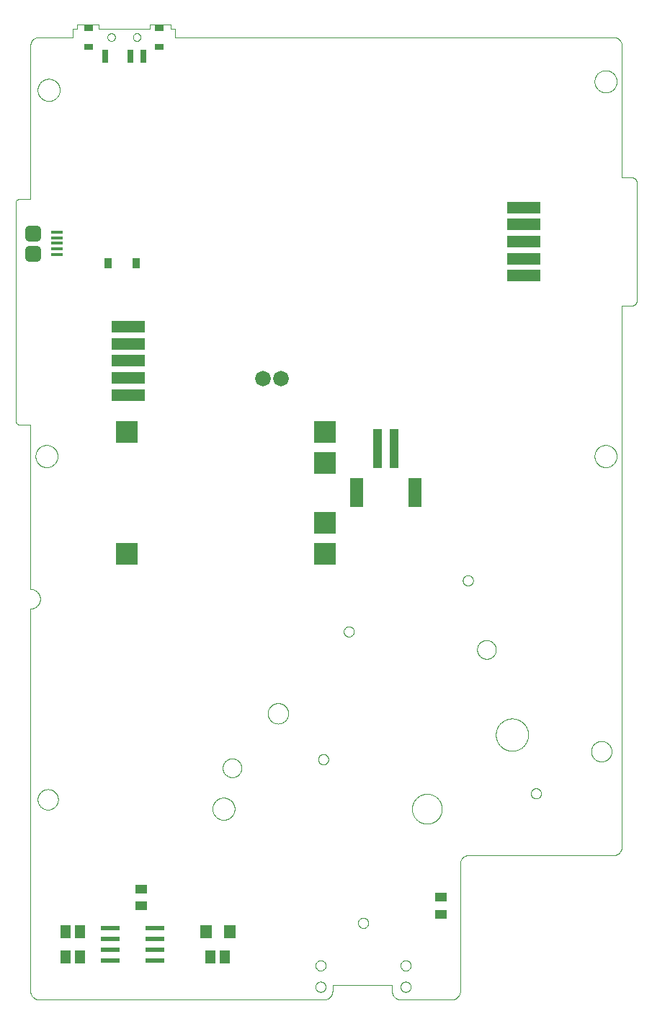
<source format=gbp>
G75*
%MOIN*%
%OFA0B0*%
%FSLAX25Y25*%
%IPPOS*%
%LPD*%
%AMOC8*
5,1,8,0,0,1.08239X$1,22.5*
%
%ADD10C,0.00000*%
%ADD11C,0.00039*%
%ADD12C,0.07200*%
%ADD13R,0.10000X0.10000*%
%ADD14R,0.03937X0.03150*%
%ADD15R,0.02756X0.05906*%
%ADD16R,0.08661X0.02362*%
%ADD17R,0.05118X0.05906*%
%ADD18R,0.03937X0.18110*%
%ADD19R,0.06299X0.13386*%
%ADD20C,0.03740*%
%ADD21R,0.05315X0.01575*%
%ADD22R,0.05512X0.06299*%
%ADD23R,0.05512X0.04331*%
%ADD24R,0.15748X0.05512*%
%ADD25R,0.03583X0.04803*%
D10*
X0029320Y0023079D02*
X0029320Y0199850D01*
X0029453Y0199852D01*
X0029586Y0199858D01*
X0029718Y0199868D01*
X0029851Y0199881D01*
X0029982Y0199899D01*
X0030114Y0199920D01*
X0030244Y0199945D01*
X0030374Y0199974D01*
X0030503Y0200007D01*
X0030630Y0200044D01*
X0030757Y0200084D01*
X0030883Y0200128D01*
X0031007Y0200176D01*
X0031129Y0200227D01*
X0031250Y0200282D01*
X0031370Y0200341D01*
X0031487Y0200402D01*
X0031603Y0200468D01*
X0031717Y0200536D01*
X0031829Y0200608D01*
X0031938Y0200684D01*
X0032046Y0200762D01*
X0032151Y0200844D01*
X0032253Y0200928D01*
X0032353Y0201016D01*
X0032451Y0201106D01*
X0032545Y0201200D01*
X0032637Y0201296D01*
X0032726Y0201395D01*
X0032812Y0201496D01*
X0032895Y0201600D01*
X0032975Y0201706D01*
X0033052Y0201814D01*
X0033126Y0201925D01*
X0033196Y0202038D01*
X0033263Y0202152D01*
X0033327Y0202269D01*
X0033387Y0202388D01*
X0033444Y0202508D01*
X0033497Y0202630D01*
X0033546Y0202753D01*
X0033592Y0202878D01*
X0033635Y0203004D01*
X0033673Y0203131D01*
X0033708Y0203260D01*
X0033739Y0203389D01*
X0033766Y0203519D01*
X0033789Y0203650D01*
X0033809Y0203781D01*
X0033824Y0203914D01*
X0033836Y0204046D01*
X0033844Y0204179D01*
X0033848Y0204312D01*
X0033848Y0204444D01*
X0033844Y0204577D01*
X0033836Y0204710D01*
X0033824Y0204842D01*
X0033809Y0204975D01*
X0033789Y0205106D01*
X0033766Y0205237D01*
X0033739Y0205367D01*
X0033708Y0205496D01*
X0033673Y0205625D01*
X0033635Y0205752D01*
X0033592Y0205878D01*
X0033546Y0206003D01*
X0033497Y0206126D01*
X0033444Y0206248D01*
X0033387Y0206368D01*
X0033327Y0206487D01*
X0033263Y0206604D01*
X0033196Y0206718D01*
X0033126Y0206831D01*
X0033052Y0206942D01*
X0032975Y0207050D01*
X0032895Y0207156D01*
X0032812Y0207260D01*
X0032726Y0207361D01*
X0032637Y0207460D01*
X0032545Y0207556D01*
X0032451Y0207650D01*
X0032353Y0207740D01*
X0032253Y0207828D01*
X0032151Y0207912D01*
X0032046Y0207994D01*
X0031938Y0208072D01*
X0031829Y0208148D01*
X0031717Y0208220D01*
X0031603Y0208288D01*
X0031487Y0208354D01*
X0031370Y0208415D01*
X0031250Y0208474D01*
X0031129Y0208529D01*
X0031007Y0208580D01*
X0030883Y0208628D01*
X0030757Y0208672D01*
X0030630Y0208712D01*
X0030503Y0208749D01*
X0030374Y0208782D01*
X0030244Y0208811D01*
X0030114Y0208836D01*
X0029982Y0208857D01*
X0029851Y0208875D01*
X0029718Y0208888D01*
X0029586Y0208898D01*
X0029453Y0208904D01*
X0029320Y0208906D01*
X0029320Y0284890D01*
X0024399Y0284890D01*
X0024399Y0284889D02*
X0024313Y0284891D01*
X0024227Y0284896D01*
X0024142Y0284906D01*
X0024057Y0284919D01*
X0023973Y0284936D01*
X0023889Y0284956D01*
X0023807Y0284980D01*
X0023726Y0285008D01*
X0023645Y0285039D01*
X0023567Y0285073D01*
X0023490Y0285111D01*
X0023414Y0285153D01*
X0023341Y0285197D01*
X0023270Y0285245D01*
X0023200Y0285296D01*
X0023133Y0285350D01*
X0023069Y0285406D01*
X0023007Y0285466D01*
X0022947Y0285528D01*
X0022891Y0285592D01*
X0022837Y0285659D01*
X0022786Y0285729D01*
X0022738Y0285800D01*
X0022694Y0285874D01*
X0022652Y0285949D01*
X0022614Y0286026D01*
X0022580Y0286104D01*
X0022549Y0286185D01*
X0022521Y0286266D01*
X0022497Y0286348D01*
X0022477Y0286432D01*
X0022460Y0286516D01*
X0022447Y0286601D01*
X0022437Y0286686D01*
X0022432Y0286772D01*
X0022430Y0286858D01*
X0022430Y0387252D01*
X0022432Y0387338D01*
X0022437Y0387424D01*
X0022447Y0387509D01*
X0022460Y0387594D01*
X0022477Y0387678D01*
X0022497Y0387762D01*
X0022521Y0387844D01*
X0022549Y0387925D01*
X0022580Y0388006D01*
X0022614Y0388084D01*
X0022652Y0388161D01*
X0022694Y0388237D01*
X0022738Y0388310D01*
X0022786Y0388381D01*
X0022837Y0388451D01*
X0022891Y0388518D01*
X0022947Y0388582D01*
X0023007Y0388644D01*
X0023069Y0388704D01*
X0023133Y0388760D01*
X0023200Y0388814D01*
X0023270Y0388865D01*
X0023341Y0388913D01*
X0023415Y0388957D01*
X0023490Y0388999D01*
X0023567Y0389037D01*
X0023645Y0389071D01*
X0023726Y0389102D01*
X0023807Y0389130D01*
X0023889Y0389154D01*
X0023973Y0389174D01*
X0024057Y0389191D01*
X0024142Y0389204D01*
X0024227Y0389214D01*
X0024313Y0389219D01*
X0024399Y0389221D01*
X0024399Y0389220D02*
X0029320Y0389220D01*
X0029320Y0460087D01*
X0029322Y0460211D01*
X0029328Y0460334D01*
X0029337Y0460458D01*
X0029351Y0460580D01*
X0029368Y0460703D01*
X0029390Y0460825D01*
X0029415Y0460946D01*
X0029444Y0461066D01*
X0029476Y0461185D01*
X0029513Y0461304D01*
X0029553Y0461421D01*
X0029596Y0461536D01*
X0029644Y0461651D01*
X0029695Y0461763D01*
X0029749Y0461874D01*
X0029807Y0461984D01*
X0029868Y0462091D01*
X0029933Y0462197D01*
X0030001Y0462300D01*
X0030072Y0462401D01*
X0030146Y0462500D01*
X0030223Y0462597D01*
X0030304Y0462691D01*
X0030387Y0462782D01*
X0030473Y0462871D01*
X0030562Y0462957D01*
X0030653Y0463040D01*
X0030747Y0463121D01*
X0030844Y0463198D01*
X0030943Y0463272D01*
X0031044Y0463343D01*
X0031147Y0463411D01*
X0031253Y0463476D01*
X0031360Y0463537D01*
X0031470Y0463595D01*
X0031581Y0463649D01*
X0031693Y0463700D01*
X0031808Y0463748D01*
X0031923Y0463791D01*
X0032040Y0463831D01*
X0032159Y0463868D01*
X0032278Y0463900D01*
X0032398Y0463929D01*
X0032519Y0463954D01*
X0032641Y0463976D01*
X0032764Y0463993D01*
X0032886Y0464007D01*
X0033010Y0464016D01*
X0033133Y0464022D01*
X0033257Y0464024D01*
X0049005Y0464024D01*
X0049005Y0467961D01*
X0050974Y0467961D01*
X0050974Y0469929D01*
X0060816Y0469929D01*
X0060816Y0467961D01*
X0084438Y0467961D01*
X0084438Y0469929D01*
X0094281Y0469929D01*
X0094281Y0467961D01*
X0096249Y0467961D01*
X0096249Y0464024D01*
X0299005Y0464024D01*
X0299129Y0464022D01*
X0299252Y0464016D01*
X0299376Y0464007D01*
X0299498Y0463993D01*
X0299621Y0463976D01*
X0299743Y0463954D01*
X0299864Y0463929D01*
X0299984Y0463900D01*
X0300103Y0463868D01*
X0300222Y0463831D01*
X0300339Y0463791D01*
X0300454Y0463748D01*
X0300569Y0463700D01*
X0300681Y0463649D01*
X0300792Y0463595D01*
X0300902Y0463537D01*
X0301009Y0463476D01*
X0301115Y0463411D01*
X0301218Y0463343D01*
X0301319Y0463272D01*
X0301418Y0463198D01*
X0301515Y0463121D01*
X0301609Y0463040D01*
X0301700Y0462957D01*
X0301789Y0462871D01*
X0301875Y0462782D01*
X0301958Y0462691D01*
X0302039Y0462597D01*
X0302116Y0462500D01*
X0302190Y0462401D01*
X0302261Y0462300D01*
X0302329Y0462197D01*
X0302394Y0462091D01*
X0302455Y0461984D01*
X0302513Y0461874D01*
X0302567Y0461763D01*
X0302618Y0461651D01*
X0302666Y0461536D01*
X0302709Y0461421D01*
X0302749Y0461304D01*
X0302786Y0461185D01*
X0302818Y0461066D01*
X0302847Y0460946D01*
X0302872Y0460825D01*
X0302894Y0460703D01*
X0302911Y0460580D01*
X0302925Y0460458D01*
X0302934Y0460334D01*
X0302940Y0460211D01*
X0302942Y0460087D01*
X0302942Y0399063D01*
X0307864Y0399063D01*
X0307950Y0399061D01*
X0308036Y0399056D01*
X0308121Y0399046D01*
X0308206Y0399033D01*
X0308290Y0399016D01*
X0308374Y0398996D01*
X0308456Y0398972D01*
X0308537Y0398944D01*
X0308618Y0398913D01*
X0308696Y0398879D01*
X0308773Y0398841D01*
X0308849Y0398799D01*
X0308922Y0398755D01*
X0308993Y0398707D01*
X0309063Y0398656D01*
X0309130Y0398602D01*
X0309194Y0398546D01*
X0309256Y0398486D01*
X0309316Y0398424D01*
X0309372Y0398360D01*
X0309426Y0398293D01*
X0309477Y0398223D01*
X0309525Y0398152D01*
X0309569Y0398079D01*
X0309611Y0398003D01*
X0309649Y0397926D01*
X0309683Y0397848D01*
X0309714Y0397767D01*
X0309742Y0397686D01*
X0309766Y0397604D01*
X0309786Y0397520D01*
X0309803Y0397436D01*
X0309816Y0397351D01*
X0309826Y0397266D01*
X0309831Y0397180D01*
X0309833Y0397094D01*
X0309832Y0397094D02*
X0309832Y0341976D01*
X0309833Y0341976D02*
X0309831Y0341890D01*
X0309826Y0341804D01*
X0309816Y0341719D01*
X0309803Y0341634D01*
X0309786Y0341550D01*
X0309766Y0341466D01*
X0309742Y0341384D01*
X0309714Y0341303D01*
X0309683Y0341222D01*
X0309649Y0341144D01*
X0309611Y0341067D01*
X0309569Y0340992D01*
X0309525Y0340918D01*
X0309477Y0340847D01*
X0309426Y0340777D01*
X0309372Y0340710D01*
X0309316Y0340646D01*
X0309256Y0340584D01*
X0309194Y0340524D01*
X0309130Y0340468D01*
X0309063Y0340414D01*
X0308993Y0340363D01*
X0308922Y0340315D01*
X0308849Y0340271D01*
X0308773Y0340229D01*
X0308696Y0340191D01*
X0308618Y0340157D01*
X0308537Y0340126D01*
X0308456Y0340098D01*
X0308374Y0340074D01*
X0308290Y0340054D01*
X0308206Y0340037D01*
X0308121Y0340024D01*
X0308036Y0340014D01*
X0307950Y0340009D01*
X0307864Y0340007D01*
X0307864Y0340008D02*
X0302942Y0340008D01*
X0302942Y0089811D01*
X0302940Y0089687D01*
X0302934Y0089564D01*
X0302925Y0089440D01*
X0302911Y0089318D01*
X0302894Y0089195D01*
X0302872Y0089073D01*
X0302847Y0088952D01*
X0302818Y0088832D01*
X0302786Y0088713D01*
X0302749Y0088594D01*
X0302709Y0088477D01*
X0302666Y0088362D01*
X0302618Y0088247D01*
X0302567Y0088135D01*
X0302513Y0088024D01*
X0302455Y0087914D01*
X0302394Y0087807D01*
X0302329Y0087701D01*
X0302261Y0087598D01*
X0302190Y0087497D01*
X0302116Y0087398D01*
X0302039Y0087301D01*
X0301958Y0087207D01*
X0301875Y0087116D01*
X0301789Y0087027D01*
X0301700Y0086941D01*
X0301609Y0086858D01*
X0301515Y0086777D01*
X0301418Y0086700D01*
X0301319Y0086626D01*
X0301218Y0086555D01*
X0301115Y0086487D01*
X0301009Y0086422D01*
X0300902Y0086361D01*
X0300792Y0086303D01*
X0300681Y0086249D01*
X0300569Y0086198D01*
X0300454Y0086150D01*
X0300339Y0086107D01*
X0300222Y0086067D01*
X0300103Y0086030D01*
X0299984Y0085998D01*
X0299864Y0085969D01*
X0299743Y0085944D01*
X0299621Y0085922D01*
X0299498Y0085905D01*
X0299376Y0085891D01*
X0299252Y0085882D01*
X0299129Y0085876D01*
X0299005Y0085874D01*
X0232076Y0085874D01*
X0231952Y0085872D01*
X0231829Y0085866D01*
X0231705Y0085857D01*
X0231583Y0085843D01*
X0231460Y0085826D01*
X0231338Y0085804D01*
X0231217Y0085779D01*
X0231097Y0085750D01*
X0230978Y0085718D01*
X0230859Y0085681D01*
X0230742Y0085641D01*
X0230627Y0085598D01*
X0230512Y0085550D01*
X0230400Y0085499D01*
X0230289Y0085445D01*
X0230179Y0085387D01*
X0230072Y0085326D01*
X0229966Y0085261D01*
X0229863Y0085193D01*
X0229762Y0085122D01*
X0229663Y0085048D01*
X0229566Y0084971D01*
X0229472Y0084890D01*
X0229381Y0084807D01*
X0229292Y0084721D01*
X0229206Y0084632D01*
X0229123Y0084541D01*
X0229042Y0084447D01*
X0228965Y0084350D01*
X0228891Y0084251D01*
X0228820Y0084150D01*
X0228752Y0084047D01*
X0228687Y0083941D01*
X0228626Y0083834D01*
X0228568Y0083724D01*
X0228514Y0083613D01*
X0228463Y0083501D01*
X0228415Y0083386D01*
X0228372Y0083271D01*
X0228332Y0083154D01*
X0228295Y0083035D01*
X0228263Y0082916D01*
X0228234Y0082796D01*
X0228209Y0082675D01*
X0228187Y0082553D01*
X0228170Y0082430D01*
X0228156Y0082308D01*
X0228147Y0082184D01*
X0228141Y0082061D01*
X0228139Y0081937D01*
X0228139Y0023079D01*
X0228137Y0022955D01*
X0228131Y0022832D01*
X0228122Y0022708D01*
X0228108Y0022586D01*
X0228091Y0022463D01*
X0228069Y0022341D01*
X0228044Y0022220D01*
X0228015Y0022100D01*
X0227983Y0021981D01*
X0227946Y0021862D01*
X0227906Y0021745D01*
X0227863Y0021630D01*
X0227815Y0021515D01*
X0227764Y0021403D01*
X0227710Y0021292D01*
X0227652Y0021182D01*
X0227591Y0021075D01*
X0227526Y0020969D01*
X0227458Y0020866D01*
X0227387Y0020765D01*
X0227313Y0020666D01*
X0227236Y0020569D01*
X0227155Y0020475D01*
X0227072Y0020384D01*
X0226986Y0020295D01*
X0226897Y0020209D01*
X0226806Y0020126D01*
X0226712Y0020045D01*
X0226615Y0019968D01*
X0226516Y0019894D01*
X0226415Y0019823D01*
X0226312Y0019755D01*
X0226206Y0019690D01*
X0226099Y0019629D01*
X0225989Y0019571D01*
X0225878Y0019517D01*
X0225766Y0019466D01*
X0225651Y0019418D01*
X0225536Y0019375D01*
X0225419Y0019335D01*
X0225300Y0019298D01*
X0225181Y0019266D01*
X0225061Y0019237D01*
X0224940Y0019212D01*
X0224818Y0019190D01*
X0224695Y0019173D01*
X0224573Y0019159D01*
X0224449Y0019150D01*
X0224326Y0019144D01*
X0224202Y0019142D01*
X0200580Y0019142D01*
X0200456Y0019144D01*
X0200333Y0019150D01*
X0200209Y0019159D01*
X0200087Y0019173D01*
X0199964Y0019190D01*
X0199842Y0019212D01*
X0199721Y0019237D01*
X0199601Y0019266D01*
X0199482Y0019298D01*
X0199363Y0019335D01*
X0199246Y0019375D01*
X0199131Y0019418D01*
X0199016Y0019466D01*
X0198904Y0019517D01*
X0198793Y0019571D01*
X0198683Y0019629D01*
X0198576Y0019690D01*
X0198470Y0019755D01*
X0198367Y0019823D01*
X0198266Y0019894D01*
X0198167Y0019968D01*
X0198070Y0020045D01*
X0197976Y0020126D01*
X0197885Y0020209D01*
X0197796Y0020295D01*
X0197710Y0020384D01*
X0197627Y0020475D01*
X0197546Y0020569D01*
X0197469Y0020666D01*
X0197395Y0020765D01*
X0197324Y0020866D01*
X0197256Y0020969D01*
X0197191Y0021075D01*
X0197130Y0021182D01*
X0197072Y0021292D01*
X0197018Y0021403D01*
X0196967Y0021515D01*
X0196919Y0021630D01*
X0196876Y0021745D01*
X0196836Y0021862D01*
X0196799Y0021981D01*
X0196767Y0022100D01*
X0196738Y0022220D01*
X0196713Y0022341D01*
X0196691Y0022463D01*
X0196674Y0022586D01*
X0196660Y0022708D01*
X0196651Y0022832D01*
X0196645Y0022955D01*
X0196643Y0023079D01*
X0196643Y0026031D01*
X0169084Y0026031D01*
X0169084Y0023079D01*
X0169082Y0022955D01*
X0169076Y0022832D01*
X0169067Y0022708D01*
X0169053Y0022586D01*
X0169036Y0022463D01*
X0169014Y0022341D01*
X0168989Y0022220D01*
X0168960Y0022100D01*
X0168928Y0021981D01*
X0168891Y0021862D01*
X0168851Y0021745D01*
X0168808Y0021630D01*
X0168760Y0021515D01*
X0168709Y0021403D01*
X0168655Y0021292D01*
X0168597Y0021182D01*
X0168536Y0021075D01*
X0168471Y0020969D01*
X0168403Y0020866D01*
X0168332Y0020765D01*
X0168258Y0020666D01*
X0168181Y0020569D01*
X0168100Y0020475D01*
X0168017Y0020384D01*
X0167931Y0020295D01*
X0167842Y0020209D01*
X0167751Y0020126D01*
X0167657Y0020045D01*
X0167560Y0019968D01*
X0167461Y0019894D01*
X0167360Y0019823D01*
X0167257Y0019755D01*
X0167151Y0019690D01*
X0167044Y0019629D01*
X0166934Y0019571D01*
X0166823Y0019517D01*
X0166711Y0019466D01*
X0166596Y0019418D01*
X0166481Y0019375D01*
X0166364Y0019335D01*
X0166245Y0019298D01*
X0166126Y0019266D01*
X0166006Y0019237D01*
X0165885Y0019212D01*
X0165763Y0019190D01*
X0165640Y0019173D01*
X0165518Y0019159D01*
X0165394Y0019150D01*
X0165271Y0019144D01*
X0165147Y0019142D01*
X0033257Y0019142D01*
X0033133Y0019144D01*
X0033010Y0019150D01*
X0032886Y0019159D01*
X0032764Y0019173D01*
X0032641Y0019190D01*
X0032519Y0019212D01*
X0032398Y0019237D01*
X0032278Y0019266D01*
X0032159Y0019298D01*
X0032040Y0019335D01*
X0031923Y0019375D01*
X0031808Y0019418D01*
X0031693Y0019466D01*
X0031581Y0019517D01*
X0031470Y0019571D01*
X0031360Y0019629D01*
X0031253Y0019690D01*
X0031147Y0019755D01*
X0031044Y0019823D01*
X0030943Y0019894D01*
X0030844Y0019968D01*
X0030747Y0020045D01*
X0030653Y0020126D01*
X0030562Y0020209D01*
X0030473Y0020295D01*
X0030387Y0020384D01*
X0030304Y0020475D01*
X0030223Y0020569D01*
X0030146Y0020666D01*
X0030072Y0020765D01*
X0030001Y0020866D01*
X0029933Y0020969D01*
X0029868Y0021075D01*
X0029807Y0021182D01*
X0029749Y0021292D01*
X0029695Y0021403D01*
X0029644Y0021515D01*
X0029596Y0021630D01*
X0029553Y0021745D01*
X0029513Y0021862D01*
X0029476Y0021981D01*
X0029444Y0022100D01*
X0029415Y0022220D01*
X0029390Y0022341D01*
X0029368Y0022463D01*
X0029351Y0022586D01*
X0029337Y0022708D01*
X0029328Y0022832D01*
X0029322Y0022955D01*
X0029320Y0023079D01*
X0161210Y0025047D02*
X0161212Y0025144D01*
X0161218Y0025241D01*
X0161228Y0025337D01*
X0161242Y0025433D01*
X0161260Y0025529D01*
X0161281Y0025623D01*
X0161307Y0025717D01*
X0161336Y0025809D01*
X0161370Y0025900D01*
X0161406Y0025990D01*
X0161447Y0026078D01*
X0161491Y0026164D01*
X0161539Y0026249D01*
X0161590Y0026331D01*
X0161644Y0026412D01*
X0161702Y0026490D01*
X0161763Y0026565D01*
X0161826Y0026638D01*
X0161893Y0026709D01*
X0161963Y0026776D01*
X0162035Y0026841D01*
X0162110Y0026902D01*
X0162188Y0026961D01*
X0162267Y0027016D01*
X0162349Y0027068D01*
X0162433Y0027116D01*
X0162519Y0027161D01*
X0162607Y0027203D01*
X0162696Y0027241D01*
X0162787Y0027275D01*
X0162879Y0027305D01*
X0162972Y0027332D01*
X0163067Y0027354D01*
X0163162Y0027373D01*
X0163258Y0027388D01*
X0163354Y0027399D01*
X0163451Y0027406D01*
X0163548Y0027409D01*
X0163645Y0027408D01*
X0163742Y0027403D01*
X0163838Y0027394D01*
X0163934Y0027381D01*
X0164030Y0027364D01*
X0164125Y0027343D01*
X0164218Y0027319D01*
X0164311Y0027290D01*
X0164403Y0027258D01*
X0164493Y0027222D01*
X0164581Y0027183D01*
X0164668Y0027139D01*
X0164753Y0027093D01*
X0164836Y0027042D01*
X0164917Y0026989D01*
X0164995Y0026932D01*
X0165072Y0026872D01*
X0165145Y0026809D01*
X0165216Y0026743D01*
X0165284Y0026674D01*
X0165350Y0026602D01*
X0165412Y0026528D01*
X0165471Y0026451D01*
X0165527Y0026372D01*
X0165580Y0026290D01*
X0165630Y0026207D01*
X0165675Y0026121D01*
X0165718Y0026034D01*
X0165757Y0025945D01*
X0165792Y0025855D01*
X0165823Y0025763D01*
X0165850Y0025670D01*
X0165874Y0025576D01*
X0165894Y0025481D01*
X0165910Y0025385D01*
X0165922Y0025289D01*
X0165930Y0025192D01*
X0165934Y0025095D01*
X0165934Y0024999D01*
X0165930Y0024902D01*
X0165922Y0024805D01*
X0165910Y0024709D01*
X0165894Y0024613D01*
X0165874Y0024518D01*
X0165850Y0024424D01*
X0165823Y0024331D01*
X0165792Y0024239D01*
X0165757Y0024149D01*
X0165718Y0024060D01*
X0165675Y0023973D01*
X0165630Y0023887D01*
X0165580Y0023804D01*
X0165527Y0023722D01*
X0165471Y0023643D01*
X0165412Y0023566D01*
X0165350Y0023492D01*
X0165284Y0023420D01*
X0165216Y0023351D01*
X0165145Y0023285D01*
X0165072Y0023222D01*
X0164995Y0023162D01*
X0164917Y0023105D01*
X0164836Y0023052D01*
X0164753Y0023001D01*
X0164668Y0022955D01*
X0164581Y0022911D01*
X0164493Y0022872D01*
X0164403Y0022836D01*
X0164311Y0022804D01*
X0164218Y0022775D01*
X0164125Y0022751D01*
X0164030Y0022730D01*
X0163934Y0022713D01*
X0163838Y0022700D01*
X0163742Y0022691D01*
X0163645Y0022686D01*
X0163548Y0022685D01*
X0163451Y0022688D01*
X0163354Y0022695D01*
X0163258Y0022706D01*
X0163162Y0022721D01*
X0163067Y0022740D01*
X0162972Y0022762D01*
X0162879Y0022789D01*
X0162787Y0022819D01*
X0162696Y0022853D01*
X0162607Y0022891D01*
X0162519Y0022933D01*
X0162433Y0022978D01*
X0162349Y0023026D01*
X0162267Y0023078D01*
X0162188Y0023133D01*
X0162110Y0023192D01*
X0162035Y0023253D01*
X0161963Y0023318D01*
X0161893Y0023385D01*
X0161826Y0023456D01*
X0161763Y0023529D01*
X0161702Y0023604D01*
X0161644Y0023682D01*
X0161590Y0023763D01*
X0161539Y0023845D01*
X0161491Y0023930D01*
X0161447Y0024016D01*
X0161406Y0024104D01*
X0161370Y0024194D01*
X0161336Y0024285D01*
X0161307Y0024377D01*
X0161281Y0024471D01*
X0161260Y0024565D01*
X0161242Y0024661D01*
X0161228Y0024757D01*
X0161218Y0024853D01*
X0161212Y0024950D01*
X0161210Y0025047D01*
X0161210Y0034890D02*
X0161212Y0034987D01*
X0161218Y0035084D01*
X0161228Y0035180D01*
X0161242Y0035276D01*
X0161260Y0035372D01*
X0161281Y0035466D01*
X0161307Y0035560D01*
X0161336Y0035652D01*
X0161370Y0035743D01*
X0161406Y0035833D01*
X0161447Y0035921D01*
X0161491Y0036007D01*
X0161539Y0036092D01*
X0161590Y0036174D01*
X0161644Y0036255D01*
X0161702Y0036333D01*
X0161763Y0036408D01*
X0161826Y0036481D01*
X0161893Y0036552D01*
X0161963Y0036619D01*
X0162035Y0036684D01*
X0162110Y0036745D01*
X0162188Y0036804D01*
X0162267Y0036859D01*
X0162349Y0036911D01*
X0162433Y0036959D01*
X0162519Y0037004D01*
X0162607Y0037046D01*
X0162696Y0037084D01*
X0162787Y0037118D01*
X0162879Y0037148D01*
X0162972Y0037175D01*
X0163067Y0037197D01*
X0163162Y0037216D01*
X0163258Y0037231D01*
X0163354Y0037242D01*
X0163451Y0037249D01*
X0163548Y0037252D01*
X0163645Y0037251D01*
X0163742Y0037246D01*
X0163838Y0037237D01*
X0163934Y0037224D01*
X0164030Y0037207D01*
X0164125Y0037186D01*
X0164218Y0037162D01*
X0164311Y0037133D01*
X0164403Y0037101D01*
X0164493Y0037065D01*
X0164581Y0037026D01*
X0164668Y0036982D01*
X0164753Y0036936D01*
X0164836Y0036885D01*
X0164917Y0036832D01*
X0164995Y0036775D01*
X0165072Y0036715D01*
X0165145Y0036652D01*
X0165216Y0036586D01*
X0165284Y0036517D01*
X0165350Y0036445D01*
X0165412Y0036371D01*
X0165471Y0036294D01*
X0165527Y0036215D01*
X0165580Y0036133D01*
X0165630Y0036050D01*
X0165675Y0035964D01*
X0165718Y0035877D01*
X0165757Y0035788D01*
X0165792Y0035698D01*
X0165823Y0035606D01*
X0165850Y0035513D01*
X0165874Y0035419D01*
X0165894Y0035324D01*
X0165910Y0035228D01*
X0165922Y0035132D01*
X0165930Y0035035D01*
X0165934Y0034938D01*
X0165934Y0034842D01*
X0165930Y0034745D01*
X0165922Y0034648D01*
X0165910Y0034552D01*
X0165894Y0034456D01*
X0165874Y0034361D01*
X0165850Y0034267D01*
X0165823Y0034174D01*
X0165792Y0034082D01*
X0165757Y0033992D01*
X0165718Y0033903D01*
X0165675Y0033816D01*
X0165630Y0033730D01*
X0165580Y0033647D01*
X0165527Y0033565D01*
X0165471Y0033486D01*
X0165412Y0033409D01*
X0165350Y0033335D01*
X0165284Y0033263D01*
X0165216Y0033194D01*
X0165145Y0033128D01*
X0165072Y0033065D01*
X0164995Y0033005D01*
X0164917Y0032948D01*
X0164836Y0032895D01*
X0164753Y0032844D01*
X0164668Y0032798D01*
X0164581Y0032754D01*
X0164493Y0032715D01*
X0164403Y0032679D01*
X0164311Y0032647D01*
X0164218Y0032618D01*
X0164125Y0032594D01*
X0164030Y0032573D01*
X0163934Y0032556D01*
X0163838Y0032543D01*
X0163742Y0032534D01*
X0163645Y0032529D01*
X0163548Y0032528D01*
X0163451Y0032531D01*
X0163354Y0032538D01*
X0163258Y0032549D01*
X0163162Y0032564D01*
X0163067Y0032583D01*
X0162972Y0032605D01*
X0162879Y0032632D01*
X0162787Y0032662D01*
X0162696Y0032696D01*
X0162607Y0032734D01*
X0162519Y0032776D01*
X0162433Y0032821D01*
X0162349Y0032869D01*
X0162267Y0032921D01*
X0162188Y0032976D01*
X0162110Y0033035D01*
X0162035Y0033096D01*
X0161963Y0033161D01*
X0161893Y0033228D01*
X0161826Y0033299D01*
X0161763Y0033372D01*
X0161702Y0033447D01*
X0161644Y0033525D01*
X0161590Y0033606D01*
X0161539Y0033688D01*
X0161491Y0033773D01*
X0161447Y0033859D01*
X0161406Y0033947D01*
X0161370Y0034037D01*
X0161336Y0034128D01*
X0161307Y0034220D01*
X0161281Y0034314D01*
X0161260Y0034408D01*
X0161242Y0034504D01*
X0161228Y0034600D01*
X0161218Y0034696D01*
X0161212Y0034793D01*
X0161210Y0034890D01*
X0180895Y0054575D02*
X0180897Y0054672D01*
X0180903Y0054769D01*
X0180913Y0054865D01*
X0180927Y0054961D01*
X0180945Y0055057D01*
X0180966Y0055151D01*
X0180992Y0055245D01*
X0181021Y0055337D01*
X0181055Y0055428D01*
X0181091Y0055518D01*
X0181132Y0055606D01*
X0181176Y0055692D01*
X0181224Y0055777D01*
X0181275Y0055859D01*
X0181329Y0055940D01*
X0181387Y0056018D01*
X0181448Y0056093D01*
X0181511Y0056166D01*
X0181578Y0056237D01*
X0181648Y0056304D01*
X0181720Y0056369D01*
X0181795Y0056430D01*
X0181873Y0056489D01*
X0181952Y0056544D01*
X0182034Y0056596D01*
X0182118Y0056644D01*
X0182204Y0056689D01*
X0182292Y0056731D01*
X0182381Y0056769D01*
X0182472Y0056803D01*
X0182564Y0056833D01*
X0182657Y0056860D01*
X0182752Y0056882D01*
X0182847Y0056901D01*
X0182943Y0056916D01*
X0183039Y0056927D01*
X0183136Y0056934D01*
X0183233Y0056937D01*
X0183330Y0056936D01*
X0183427Y0056931D01*
X0183523Y0056922D01*
X0183619Y0056909D01*
X0183715Y0056892D01*
X0183810Y0056871D01*
X0183903Y0056847D01*
X0183996Y0056818D01*
X0184088Y0056786D01*
X0184178Y0056750D01*
X0184266Y0056711D01*
X0184353Y0056667D01*
X0184438Y0056621D01*
X0184521Y0056570D01*
X0184602Y0056517D01*
X0184680Y0056460D01*
X0184757Y0056400D01*
X0184830Y0056337D01*
X0184901Y0056271D01*
X0184969Y0056202D01*
X0185035Y0056130D01*
X0185097Y0056056D01*
X0185156Y0055979D01*
X0185212Y0055900D01*
X0185265Y0055818D01*
X0185315Y0055735D01*
X0185360Y0055649D01*
X0185403Y0055562D01*
X0185442Y0055473D01*
X0185477Y0055383D01*
X0185508Y0055291D01*
X0185535Y0055198D01*
X0185559Y0055104D01*
X0185579Y0055009D01*
X0185595Y0054913D01*
X0185607Y0054817D01*
X0185615Y0054720D01*
X0185619Y0054623D01*
X0185619Y0054527D01*
X0185615Y0054430D01*
X0185607Y0054333D01*
X0185595Y0054237D01*
X0185579Y0054141D01*
X0185559Y0054046D01*
X0185535Y0053952D01*
X0185508Y0053859D01*
X0185477Y0053767D01*
X0185442Y0053677D01*
X0185403Y0053588D01*
X0185360Y0053501D01*
X0185315Y0053415D01*
X0185265Y0053332D01*
X0185212Y0053250D01*
X0185156Y0053171D01*
X0185097Y0053094D01*
X0185035Y0053020D01*
X0184969Y0052948D01*
X0184901Y0052879D01*
X0184830Y0052813D01*
X0184757Y0052750D01*
X0184680Y0052690D01*
X0184602Y0052633D01*
X0184521Y0052580D01*
X0184438Y0052529D01*
X0184353Y0052483D01*
X0184266Y0052439D01*
X0184178Y0052400D01*
X0184088Y0052364D01*
X0183996Y0052332D01*
X0183903Y0052303D01*
X0183810Y0052279D01*
X0183715Y0052258D01*
X0183619Y0052241D01*
X0183523Y0052228D01*
X0183427Y0052219D01*
X0183330Y0052214D01*
X0183233Y0052213D01*
X0183136Y0052216D01*
X0183039Y0052223D01*
X0182943Y0052234D01*
X0182847Y0052249D01*
X0182752Y0052268D01*
X0182657Y0052290D01*
X0182564Y0052317D01*
X0182472Y0052347D01*
X0182381Y0052381D01*
X0182292Y0052419D01*
X0182204Y0052461D01*
X0182118Y0052506D01*
X0182034Y0052554D01*
X0181952Y0052606D01*
X0181873Y0052661D01*
X0181795Y0052720D01*
X0181720Y0052781D01*
X0181648Y0052846D01*
X0181578Y0052913D01*
X0181511Y0052984D01*
X0181448Y0053057D01*
X0181387Y0053132D01*
X0181329Y0053210D01*
X0181275Y0053291D01*
X0181224Y0053373D01*
X0181176Y0053458D01*
X0181132Y0053544D01*
X0181091Y0053632D01*
X0181055Y0053722D01*
X0181021Y0053813D01*
X0180992Y0053905D01*
X0180966Y0053999D01*
X0180945Y0054093D01*
X0180927Y0054189D01*
X0180913Y0054285D01*
X0180903Y0054381D01*
X0180897Y0054478D01*
X0180895Y0054575D01*
X0200580Y0034890D02*
X0200582Y0034987D01*
X0200588Y0035084D01*
X0200598Y0035180D01*
X0200612Y0035276D01*
X0200630Y0035372D01*
X0200651Y0035466D01*
X0200677Y0035560D01*
X0200706Y0035652D01*
X0200740Y0035743D01*
X0200776Y0035833D01*
X0200817Y0035921D01*
X0200861Y0036007D01*
X0200909Y0036092D01*
X0200960Y0036174D01*
X0201014Y0036255D01*
X0201072Y0036333D01*
X0201133Y0036408D01*
X0201196Y0036481D01*
X0201263Y0036552D01*
X0201333Y0036619D01*
X0201405Y0036684D01*
X0201480Y0036745D01*
X0201558Y0036804D01*
X0201637Y0036859D01*
X0201719Y0036911D01*
X0201803Y0036959D01*
X0201889Y0037004D01*
X0201977Y0037046D01*
X0202066Y0037084D01*
X0202157Y0037118D01*
X0202249Y0037148D01*
X0202342Y0037175D01*
X0202437Y0037197D01*
X0202532Y0037216D01*
X0202628Y0037231D01*
X0202724Y0037242D01*
X0202821Y0037249D01*
X0202918Y0037252D01*
X0203015Y0037251D01*
X0203112Y0037246D01*
X0203208Y0037237D01*
X0203304Y0037224D01*
X0203400Y0037207D01*
X0203495Y0037186D01*
X0203588Y0037162D01*
X0203681Y0037133D01*
X0203773Y0037101D01*
X0203863Y0037065D01*
X0203951Y0037026D01*
X0204038Y0036982D01*
X0204123Y0036936D01*
X0204206Y0036885D01*
X0204287Y0036832D01*
X0204365Y0036775D01*
X0204442Y0036715D01*
X0204515Y0036652D01*
X0204586Y0036586D01*
X0204654Y0036517D01*
X0204720Y0036445D01*
X0204782Y0036371D01*
X0204841Y0036294D01*
X0204897Y0036215D01*
X0204950Y0036133D01*
X0205000Y0036050D01*
X0205045Y0035964D01*
X0205088Y0035877D01*
X0205127Y0035788D01*
X0205162Y0035698D01*
X0205193Y0035606D01*
X0205220Y0035513D01*
X0205244Y0035419D01*
X0205264Y0035324D01*
X0205280Y0035228D01*
X0205292Y0035132D01*
X0205300Y0035035D01*
X0205304Y0034938D01*
X0205304Y0034842D01*
X0205300Y0034745D01*
X0205292Y0034648D01*
X0205280Y0034552D01*
X0205264Y0034456D01*
X0205244Y0034361D01*
X0205220Y0034267D01*
X0205193Y0034174D01*
X0205162Y0034082D01*
X0205127Y0033992D01*
X0205088Y0033903D01*
X0205045Y0033816D01*
X0205000Y0033730D01*
X0204950Y0033647D01*
X0204897Y0033565D01*
X0204841Y0033486D01*
X0204782Y0033409D01*
X0204720Y0033335D01*
X0204654Y0033263D01*
X0204586Y0033194D01*
X0204515Y0033128D01*
X0204442Y0033065D01*
X0204365Y0033005D01*
X0204287Y0032948D01*
X0204206Y0032895D01*
X0204123Y0032844D01*
X0204038Y0032798D01*
X0203951Y0032754D01*
X0203863Y0032715D01*
X0203773Y0032679D01*
X0203681Y0032647D01*
X0203588Y0032618D01*
X0203495Y0032594D01*
X0203400Y0032573D01*
X0203304Y0032556D01*
X0203208Y0032543D01*
X0203112Y0032534D01*
X0203015Y0032529D01*
X0202918Y0032528D01*
X0202821Y0032531D01*
X0202724Y0032538D01*
X0202628Y0032549D01*
X0202532Y0032564D01*
X0202437Y0032583D01*
X0202342Y0032605D01*
X0202249Y0032632D01*
X0202157Y0032662D01*
X0202066Y0032696D01*
X0201977Y0032734D01*
X0201889Y0032776D01*
X0201803Y0032821D01*
X0201719Y0032869D01*
X0201637Y0032921D01*
X0201558Y0032976D01*
X0201480Y0033035D01*
X0201405Y0033096D01*
X0201333Y0033161D01*
X0201263Y0033228D01*
X0201196Y0033299D01*
X0201133Y0033372D01*
X0201072Y0033447D01*
X0201014Y0033525D01*
X0200960Y0033606D01*
X0200909Y0033688D01*
X0200861Y0033773D01*
X0200817Y0033859D01*
X0200776Y0033947D01*
X0200740Y0034037D01*
X0200706Y0034128D01*
X0200677Y0034220D01*
X0200651Y0034314D01*
X0200630Y0034408D01*
X0200612Y0034504D01*
X0200598Y0034600D01*
X0200588Y0034696D01*
X0200582Y0034793D01*
X0200580Y0034890D01*
X0200580Y0025047D02*
X0200582Y0025144D01*
X0200588Y0025241D01*
X0200598Y0025337D01*
X0200612Y0025433D01*
X0200630Y0025529D01*
X0200651Y0025623D01*
X0200677Y0025717D01*
X0200706Y0025809D01*
X0200740Y0025900D01*
X0200776Y0025990D01*
X0200817Y0026078D01*
X0200861Y0026164D01*
X0200909Y0026249D01*
X0200960Y0026331D01*
X0201014Y0026412D01*
X0201072Y0026490D01*
X0201133Y0026565D01*
X0201196Y0026638D01*
X0201263Y0026709D01*
X0201333Y0026776D01*
X0201405Y0026841D01*
X0201480Y0026902D01*
X0201558Y0026961D01*
X0201637Y0027016D01*
X0201719Y0027068D01*
X0201803Y0027116D01*
X0201889Y0027161D01*
X0201977Y0027203D01*
X0202066Y0027241D01*
X0202157Y0027275D01*
X0202249Y0027305D01*
X0202342Y0027332D01*
X0202437Y0027354D01*
X0202532Y0027373D01*
X0202628Y0027388D01*
X0202724Y0027399D01*
X0202821Y0027406D01*
X0202918Y0027409D01*
X0203015Y0027408D01*
X0203112Y0027403D01*
X0203208Y0027394D01*
X0203304Y0027381D01*
X0203400Y0027364D01*
X0203495Y0027343D01*
X0203588Y0027319D01*
X0203681Y0027290D01*
X0203773Y0027258D01*
X0203863Y0027222D01*
X0203951Y0027183D01*
X0204038Y0027139D01*
X0204123Y0027093D01*
X0204206Y0027042D01*
X0204287Y0026989D01*
X0204365Y0026932D01*
X0204442Y0026872D01*
X0204515Y0026809D01*
X0204586Y0026743D01*
X0204654Y0026674D01*
X0204720Y0026602D01*
X0204782Y0026528D01*
X0204841Y0026451D01*
X0204897Y0026372D01*
X0204950Y0026290D01*
X0205000Y0026207D01*
X0205045Y0026121D01*
X0205088Y0026034D01*
X0205127Y0025945D01*
X0205162Y0025855D01*
X0205193Y0025763D01*
X0205220Y0025670D01*
X0205244Y0025576D01*
X0205264Y0025481D01*
X0205280Y0025385D01*
X0205292Y0025289D01*
X0205300Y0025192D01*
X0205304Y0025095D01*
X0205304Y0024999D01*
X0205300Y0024902D01*
X0205292Y0024805D01*
X0205280Y0024709D01*
X0205264Y0024613D01*
X0205244Y0024518D01*
X0205220Y0024424D01*
X0205193Y0024331D01*
X0205162Y0024239D01*
X0205127Y0024149D01*
X0205088Y0024060D01*
X0205045Y0023973D01*
X0205000Y0023887D01*
X0204950Y0023804D01*
X0204897Y0023722D01*
X0204841Y0023643D01*
X0204782Y0023566D01*
X0204720Y0023492D01*
X0204654Y0023420D01*
X0204586Y0023351D01*
X0204515Y0023285D01*
X0204442Y0023222D01*
X0204365Y0023162D01*
X0204287Y0023105D01*
X0204206Y0023052D01*
X0204123Y0023001D01*
X0204038Y0022955D01*
X0203951Y0022911D01*
X0203863Y0022872D01*
X0203773Y0022836D01*
X0203681Y0022804D01*
X0203588Y0022775D01*
X0203495Y0022751D01*
X0203400Y0022730D01*
X0203304Y0022713D01*
X0203208Y0022700D01*
X0203112Y0022691D01*
X0203015Y0022686D01*
X0202918Y0022685D01*
X0202821Y0022688D01*
X0202724Y0022695D01*
X0202628Y0022706D01*
X0202532Y0022721D01*
X0202437Y0022740D01*
X0202342Y0022762D01*
X0202249Y0022789D01*
X0202157Y0022819D01*
X0202066Y0022853D01*
X0201977Y0022891D01*
X0201889Y0022933D01*
X0201803Y0022978D01*
X0201719Y0023026D01*
X0201637Y0023078D01*
X0201558Y0023133D01*
X0201480Y0023192D01*
X0201405Y0023253D01*
X0201333Y0023318D01*
X0201263Y0023385D01*
X0201196Y0023456D01*
X0201133Y0023529D01*
X0201072Y0023604D01*
X0201014Y0023682D01*
X0200960Y0023763D01*
X0200909Y0023845D01*
X0200861Y0023930D01*
X0200817Y0024016D01*
X0200776Y0024104D01*
X0200740Y0024194D01*
X0200706Y0024285D01*
X0200677Y0024377D01*
X0200651Y0024471D01*
X0200630Y0024565D01*
X0200612Y0024661D01*
X0200598Y0024757D01*
X0200588Y0024853D01*
X0200582Y0024950D01*
X0200580Y0025047D01*
X0260895Y0114457D02*
X0260897Y0114554D01*
X0260903Y0114651D01*
X0260913Y0114747D01*
X0260927Y0114843D01*
X0260945Y0114939D01*
X0260966Y0115033D01*
X0260992Y0115127D01*
X0261021Y0115219D01*
X0261055Y0115310D01*
X0261091Y0115400D01*
X0261132Y0115488D01*
X0261176Y0115574D01*
X0261224Y0115659D01*
X0261275Y0115741D01*
X0261329Y0115822D01*
X0261387Y0115900D01*
X0261448Y0115975D01*
X0261511Y0116048D01*
X0261578Y0116119D01*
X0261648Y0116186D01*
X0261720Y0116251D01*
X0261795Y0116312D01*
X0261873Y0116371D01*
X0261952Y0116426D01*
X0262034Y0116478D01*
X0262118Y0116526D01*
X0262204Y0116571D01*
X0262292Y0116613D01*
X0262381Y0116651D01*
X0262472Y0116685D01*
X0262564Y0116715D01*
X0262657Y0116742D01*
X0262752Y0116764D01*
X0262847Y0116783D01*
X0262943Y0116798D01*
X0263039Y0116809D01*
X0263136Y0116816D01*
X0263233Y0116819D01*
X0263330Y0116818D01*
X0263427Y0116813D01*
X0263523Y0116804D01*
X0263619Y0116791D01*
X0263715Y0116774D01*
X0263810Y0116753D01*
X0263903Y0116729D01*
X0263996Y0116700D01*
X0264088Y0116668D01*
X0264178Y0116632D01*
X0264266Y0116593D01*
X0264353Y0116549D01*
X0264438Y0116503D01*
X0264521Y0116452D01*
X0264602Y0116399D01*
X0264680Y0116342D01*
X0264757Y0116282D01*
X0264830Y0116219D01*
X0264901Y0116153D01*
X0264969Y0116084D01*
X0265035Y0116012D01*
X0265097Y0115938D01*
X0265156Y0115861D01*
X0265212Y0115782D01*
X0265265Y0115700D01*
X0265315Y0115617D01*
X0265360Y0115531D01*
X0265403Y0115444D01*
X0265442Y0115355D01*
X0265477Y0115265D01*
X0265508Y0115173D01*
X0265535Y0115080D01*
X0265559Y0114986D01*
X0265579Y0114891D01*
X0265595Y0114795D01*
X0265607Y0114699D01*
X0265615Y0114602D01*
X0265619Y0114505D01*
X0265619Y0114409D01*
X0265615Y0114312D01*
X0265607Y0114215D01*
X0265595Y0114119D01*
X0265579Y0114023D01*
X0265559Y0113928D01*
X0265535Y0113834D01*
X0265508Y0113741D01*
X0265477Y0113649D01*
X0265442Y0113559D01*
X0265403Y0113470D01*
X0265360Y0113383D01*
X0265315Y0113297D01*
X0265265Y0113214D01*
X0265212Y0113132D01*
X0265156Y0113053D01*
X0265097Y0112976D01*
X0265035Y0112902D01*
X0264969Y0112830D01*
X0264901Y0112761D01*
X0264830Y0112695D01*
X0264757Y0112632D01*
X0264680Y0112572D01*
X0264602Y0112515D01*
X0264521Y0112462D01*
X0264438Y0112411D01*
X0264353Y0112365D01*
X0264266Y0112321D01*
X0264178Y0112282D01*
X0264088Y0112246D01*
X0263996Y0112214D01*
X0263903Y0112185D01*
X0263810Y0112161D01*
X0263715Y0112140D01*
X0263619Y0112123D01*
X0263523Y0112110D01*
X0263427Y0112101D01*
X0263330Y0112096D01*
X0263233Y0112095D01*
X0263136Y0112098D01*
X0263039Y0112105D01*
X0262943Y0112116D01*
X0262847Y0112131D01*
X0262752Y0112150D01*
X0262657Y0112172D01*
X0262564Y0112199D01*
X0262472Y0112229D01*
X0262381Y0112263D01*
X0262292Y0112301D01*
X0262204Y0112343D01*
X0262118Y0112388D01*
X0262034Y0112436D01*
X0261952Y0112488D01*
X0261873Y0112543D01*
X0261795Y0112602D01*
X0261720Y0112663D01*
X0261648Y0112728D01*
X0261578Y0112795D01*
X0261511Y0112866D01*
X0261448Y0112939D01*
X0261387Y0113014D01*
X0261329Y0113092D01*
X0261275Y0113173D01*
X0261224Y0113255D01*
X0261176Y0113340D01*
X0261132Y0113426D01*
X0261091Y0113514D01*
X0261055Y0113604D01*
X0261021Y0113695D01*
X0260992Y0113787D01*
X0260966Y0113881D01*
X0260945Y0113975D01*
X0260927Y0114071D01*
X0260913Y0114167D01*
X0260903Y0114263D01*
X0260897Y0114360D01*
X0260895Y0114457D01*
X0229399Y0212882D02*
X0229401Y0212979D01*
X0229407Y0213076D01*
X0229417Y0213172D01*
X0229431Y0213268D01*
X0229449Y0213364D01*
X0229470Y0213458D01*
X0229496Y0213552D01*
X0229525Y0213644D01*
X0229559Y0213735D01*
X0229595Y0213825D01*
X0229636Y0213913D01*
X0229680Y0213999D01*
X0229728Y0214084D01*
X0229779Y0214166D01*
X0229833Y0214247D01*
X0229891Y0214325D01*
X0229952Y0214400D01*
X0230015Y0214473D01*
X0230082Y0214544D01*
X0230152Y0214611D01*
X0230224Y0214676D01*
X0230299Y0214737D01*
X0230377Y0214796D01*
X0230456Y0214851D01*
X0230538Y0214903D01*
X0230622Y0214951D01*
X0230708Y0214996D01*
X0230796Y0215038D01*
X0230885Y0215076D01*
X0230976Y0215110D01*
X0231068Y0215140D01*
X0231161Y0215167D01*
X0231256Y0215189D01*
X0231351Y0215208D01*
X0231447Y0215223D01*
X0231543Y0215234D01*
X0231640Y0215241D01*
X0231737Y0215244D01*
X0231834Y0215243D01*
X0231931Y0215238D01*
X0232027Y0215229D01*
X0232123Y0215216D01*
X0232219Y0215199D01*
X0232314Y0215178D01*
X0232407Y0215154D01*
X0232500Y0215125D01*
X0232592Y0215093D01*
X0232682Y0215057D01*
X0232770Y0215018D01*
X0232857Y0214974D01*
X0232942Y0214928D01*
X0233025Y0214877D01*
X0233106Y0214824D01*
X0233184Y0214767D01*
X0233261Y0214707D01*
X0233334Y0214644D01*
X0233405Y0214578D01*
X0233473Y0214509D01*
X0233539Y0214437D01*
X0233601Y0214363D01*
X0233660Y0214286D01*
X0233716Y0214207D01*
X0233769Y0214125D01*
X0233819Y0214042D01*
X0233864Y0213956D01*
X0233907Y0213869D01*
X0233946Y0213780D01*
X0233981Y0213690D01*
X0234012Y0213598D01*
X0234039Y0213505D01*
X0234063Y0213411D01*
X0234083Y0213316D01*
X0234099Y0213220D01*
X0234111Y0213124D01*
X0234119Y0213027D01*
X0234123Y0212930D01*
X0234123Y0212834D01*
X0234119Y0212737D01*
X0234111Y0212640D01*
X0234099Y0212544D01*
X0234083Y0212448D01*
X0234063Y0212353D01*
X0234039Y0212259D01*
X0234012Y0212166D01*
X0233981Y0212074D01*
X0233946Y0211984D01*
X0233907Y0211895D01*
X0233864Y0211808D01*
X0233819Y0211722D01*
X0233769Y0211639D01*
X0233716Y0211557D01*
X0233660Y0211478D01*
X0233601Y0211401D01*
X0233539Y0211327D01*
X0233473Y0211255D01*
X0233405Y0211186D01*
X0233334Y0211120D01*
X0233261Y0211057D01*
X0233184Y0210997D01*
X0233106Y0210940D01*
X0233025Y0210887D01*
X0232942Y0210836D01*
X0232857Y0210790D01*
X0232770Y0210746D01*
X0232682Y0210707D01*
X0232592Y0210671D01*
X0232500Y0210639D01*
X0232407Y0210610D01*
X0232314Y0210586D01*
X0232219Y0210565D01*
X0232123Y0210548D01*
X0232027Y0210535D01*
X0231931Y0210526D01*
X0231834Y0210521D01*
X0231737Y0210520D01*
X0231640Y0210523D01*
X0231543Y0210530D01*
X0231447Y0210541D01*
X0231351Y0210556D01*
X0231256Y0210575D01*
X0231161Y0210597D01*
X0231068Y0210624D01*
X0230976Y0210654D01*
X0230885Y0210688D01*
X0230796Y0210726D01*
X0230708Y0210768D01*
X0230622Y0210813D01*
X0230538Y0210861D01*
X0230456Y0210913D01*
X0230377Y0210968D01*
X0230299Y0211027D01*
X0230224Y0211088D01*
X0230152Y0211153D01*
X0230082Y0211220D01*
X0230015Y0211291D01*
X0229952Y0211364D01*
X0229891Y0211439D01*
X0229833Y0211517D01*
X0229779Y0211598D01*
X0229728Y0211680D01*
X0229680Y0211765D01*
X0229636Y0211851D01*
X0229595Y0211939D01*
X0229559Y0212029D01*
X0229525Y0212120D01*
X0229496Y0212212D01*
X0229470Y0212306D01*
X0229449Y0212400D01*
X0229431Y0212496D01*
X0229417Y0212592D01*
X0229407Y0212688D01*
X0229401Y0212785D01*
X0229399Y0212882D01*
X0174281Y0189260D02*
X0174283Y0189357D01*
X0174289Y0189454D01*
X0174299Y0189550D01*
X0174313Y0189646D01*
X0174331Y0189742D01*
X0174352Y0189836D01*
X0174378Y0189930D01*
X0174407Y0190022D01*
X0174441Y0190113D01*
X0174477Y0190203D01*
X0174518Y0190291D01*
X0174562Y0190377D01*
X0174610Y0190462D01*
X0174661Y0190544D01*
X0174715Y0190625D01*
X0174773Y0190703D01*
X0174834Y0190778D01*
X0174897Y0190851D01*
X0174964Y0190922D01*
X0175034Y0190989D01*
X0175106Y0191054D01*
X0175181Y0191115D01*
X0175259Y0191174D01*
X0175338Y0191229D01*
X0175420Y0191281D01*
X0175504Y0191329D01*
X0175590Y0191374D01*
X0175678Y0191416D01*
X0175767Y0191454D01*
X0175858Y0191488D01*
X0175950Y0191518D01*
X0176043Y0191545D01*
X0176138Y0191567D01*
X0176233Y0191586D01*
X0176329Y0191601D01*
X0176425Y0191612D01*
X0176522Y0191619D01*
X0176619Y0191622D01*
X0176716Y0191621D01*
X0176813Y0191616D01*
X0176909Y0191607D01*
X0177005Y0191594D01*
X0177101Y0191577D01*
X0177196Y0191556D01*
X0177289Y0191532D01*
X0177382Y0191503D01*
X0177474Y0191471D01*
X0177564Y0191435D01*
X0177652Y0191396D01*
X0177739Y0191352D01*
X0177824Y0191306D01*
X0177907Y0191255D01*
X0177988Y0191202D01*
X0178066Y0191145D01*
X0178143Y0191085D01*
X0178216Y0191022D01*
X0178287Y0190956D01*
X0178355Y0190887D01*
X0178421Y0190815D01*
X0178483Y0190741D01*
X0178542Y0190664D01*
X0178598Y0190585D01*
X0178651Y0190503D01*
X0178701Y0190420D01*
X0178746Y0190334D01*
X0178789Y0190247D01*
X0178828Y0190158D01*
X0178863Y0190068D01*
X0178894Y0189976D01*
X0178921Y0189883D01*
X0178945Y0189789D01*
X0178965Y0189694D01*
X0178981Y0189598D01*
X0178993Y0189502D01*
X0179001Y0189405D01*
X0179005Y0189308D01*
X0179005Y0189212D01*
X0179001Y0189115D01*
X0178993Y0189018D01*
X0178981Y0188922D01*
X0178965Y0188826D01*
X0178945Y0188731D01*
X0178921Y0188637D01*
X0178894Y0188544D01*
X0178863Y0188452D01*
X0178828Y0188362D01*
X0178789Y0188273D01*
X0178746Y0188186D01*
X0178701Y0188100D01*
X0178651Y0188017D01*
X0178598Y0187935D01*
X0178542Y0187856D01*
X0178483Y0187779D01*
X0178421Y0187705D01*
X0178355Y0187633D01*
X0178287Y0187564D01*
X0178216Y0187498D01*
X0178143Y0187435D01*
X0178066Y0187375D01*
X0177988Y0187318D01*
X0177907Y0187265D01*
X0177824Y0187214D01*
X0177739Y0187168D01*
X0177652Y0187124D01*
X0177564Y0187085D01*
X0177474Y0187049D01*
X0177382Y0187017D01*
X0177289Y0186988D01*
X0177196Y0186964D01*
X0177101Y0186943D01*
X0177005Y0186926D01*
X0176909Y0186913D01*
X0176813Y0186904D01*
X0176716Y0186899D01*
X0176619Y0186898D01*
X0176522Y0186901D01*
X0176425Y0186908D01*
X0176329Y0186919D01*
X0176233Y0186934D01*
X0176138Y0186953D01*
X0176043Y0186975D01*
X0175950Y0187002D01*
X0175858Y0187032D01*
X0175767Y0187066D01*
X0175678Y0187104D01*
X0175590Y0187146D01*
X0175504Y0187191D01*
X0175420Y0187239D01*
X0175338Y0187291D01*
X0175259Y0187346D01*
X0175181Y0187405D01*
X0175106Y0187466D01*
X0175034Y0187531D01*
X0174964Y0187598D01*
X0174897Y0187669D01*
X0174834Y0187742D01*
X0174773Y0187817D01*
X0174715Y0187895D01*
X0174661Y0187976D01*
X0174610Y0188058D01*
X0174562Y0188143D01*
X0174518Y0188229D01*
X0174477Y0188317D01*
X0174441Y0188407D01*
X0174407Y0188498D01*
X0174378Y0188590D01*
X0174352Y0188684D01*
X0174331Y0188778D01*
X0174313Y0188874D01*
X0174299Y0188970D01*
X0174289Y0189066D01*
X0174283Y0189163D01*
X0174281Y0189260D01*
X0162470Y0130205D02*
X0162472Y0130302D01*
X0162478Y0130399D01*
X0162488Y0130495D01*
X0162502Y0130591D01*
X0162520Y0130687D01*
X0162541Y0130781D01*
X0162567Y0130875D01*
X0162596Y0130967D01*
X0162630Y0131058D01*
X0162666Y0131148D01*
X0162707Y0131236D01*
X0162751Y0131322D01*
X0162799Y0131407D01*
X0162850Y0131489D01*
X0162904Y0131570D01*
X0162962Y0131648D01*
X0163023Y0131723D01*
X0163086Y0131796D01*
X0163153Y0131867D01*
X0163223Y0131934D01*
X0163295Y0131999D01*
X0163370Y0132060D01*
X0163448Y0132119D01*
X0163527Y0132174D01*
X0163609Y0132226D01*
X0163693Y0132274D01*
X0163779Y0132319D01*
X0163867Y0132361D01*
X0163956Y0132399D01*
X0164047Y0132433D01*
X0164139Y0132463D01*
X0164232Y0132490D01*
X0164327Y0132512D01*
X0164422Y0132531D01*
X0164518Y0132546D01*
X0164614Y0132557D01*
X0164711Y0132564D01*
X0164808Y0132567D01*
X0164905Y0132566D01*
X0165002Y0132561D01*
X0165098Y0132552D01*
X0165194Y0132539D01*
X0165290Y0132522D01*
X0165385Y0132501D01*
X0165478Y0132477D01*
X0165571Y0132448D01*
X0165663Y0132416D01*
X0165753Y0132380D01*
X0165841Y0132341D01*
X0165928Y0132297D01*
X0166013Y0132251D01*
X0166096Y0132200D01*
X0166177Y0132147D01*
X0166255Y0132090D01*
X0166332Y0132030D01*
X0166405Y0131967D01*
X0166476Y0131901D01*
X0166544Y0131832D01*
X0166610Y0131760D01*
X0166672Y0131686D01*
X0166731Y0131609D01*
X0166787Y0131530D01*
X0166840Y0131448D01*
X0166890Y0131365D01*
X0166935Y0131279D01*
X0166978Y0131192D01*
X0167017Y0131103D01*
X0167052Y0131013D01*
X0167083Y0130921D01*
X0167110Y0130828D01*
X0167134Y0130734D01*
X0167154Y0130639D01*
X0167170Y0130543D01*
X0167182Y0130447D01*
X0167190Y0130350D01*
X0167194Y0130253D01*
X0167194Y0130157D01*
X0167190Y0130060D01*
X0167182Y0129963D01*
X0167170Y0129867D01*
X0167154Y0129771D01*
X0167134Y0129676D01*
X0167110Y0129582D01*
X0167083Y0129489D01*
X0167052Y0129397D01*
X0167017Y0129307D01*
X0166978Y0129218D01*
X0166935Y0129131D01*
X0166890Y0129045D01*
X0166840Y0128962D01*
X0166787Y0128880D01*
X0166731Y0128801D01*
X0166672Y0128724D01*
X0166610Y0128650D01*
X0166544Y0128578D01*
X0166476Y0128509D01*
X0166405Y0128443D01*
X0166332Y0128380D01*
X0166255Y0128320D01*
X0166177Y0128263D01*
X0166096Y0128210D01*
X0166013Y0128159D01*
X0165928Y0128113D01*
X0165841Y0128069D01*
X0165753Y0128030D01*
X0165663Y0127994D01*
X0165571Y0127962D01*
X0165478Y0127933D01*
X0165385Y0127909D01*
X0165290Y0127888D01*
X0165194Y0127871D01*
X0165098Y0127858D01*
X0165002Y0127849D01*
X0164905Y0127844D01*
X0164808Y0127843D01*
X0164711Y0127846D01*
X0164614Y0127853D01*
X0164518Y0127864D01*
X0164422Y0127879D01*
X0164327Y0127898D01*
X0164232Y0127920D01*
X0164139Y0127947D01*
X0164047Y0127977D01*
X0163956Y0128011D01*
X0163867Y0128049D01*
X0163779Y0128091D01*
X0163693Y0128136D01*
X0163609Y0128184D01*
X0163527Y0128236D01*
X0163448Y0128291D01*
X0163370Y0128350D01*
X0163295Y0128411D01*
X0163223Y0128476D01*
X0163153Y0128543D01*
X0163086Y0128614D01*
X0163023Y0128687D01*
X0162962Y0128762D01*
X0162904Y0128840D01*
X0162850Y0128921D01*
X0162799Y0129003D01*
X0162751Y0129088D01*
X0162707Y0129174D01*
X0162666Y0129262D01*
X0162630Y0129352D01*
X0162596Y0129443D01*
X0162567Y0129535D01*
X0162541Y0129629D01*
X0162520Y0129723D01*
X0162502Y0129819D01*
X0162488Y0129915D01*
X0162478Y0130011D01*
X0162472Y0130108D01*
X0162470Y0130205D01*
X0076761Y0464024D02*
X0076763Y0464108D01*
X0076769Y0464191D01*
X0076779Y0464274D01*
X0076793Y0464357D01*
X0076810Y0464439D01*
X0076832Y0464520D01*
X0076857Y0464599D01*
X0076886Y0464678D01*
X0076919Y0464755D01*
X0076955Y0464830D01*
X0076995Y0464904D01*
X0077038Y0464976D01*
X0077085Y0465045D01*
X0077135Y0465112D01*
X0077188Y0465177D01*
X0077244Y0465239D01*
X0077302Y0465299D01*
X0077364Y0465356D01*
X0077428Y0465409D01*
X0077495Y0465460D01*
X0077564Y0465507D01*
X0077635Y0465552D01*
X0077708Y0465592D01*
X0077783Y0465629D01*
X0077860Y0465663D01*
X0077938Y0465693D01*
X0078017Y0465719D01*
X0078098Y0465742D01*
X0078180Y0465760D01*
X0078262Y0465775D01*
X0078345Y0465786D01*
X0078428Y0465793D01*
X0078512Y0465796D01*
X0078596Y0465795D01*
X0078679Y0465790D01*
X0078763Y0465781D01*
X0078845Y0465768D01*
X0078927Y0465752D01*
X0079008Y0465731D01*
X0079089Y0465707D01*
X0079167Y0465679D01*
X0079245Y0465647D01*
X0079321Y0465611D01*
X0079395Y0465572D01*
X0079467Y0465530D01*
X0079537Y0465484D01*
X0079605Y0465435D01*
X0079670Y0465383D01*
X0079733Y0465328D01*
X0079793Y0465270D01*
X0079851Y0465209D01*
X0079905Y0465145D01*
X0079957Y0465079D01*
X0080005Y0465011D01*
X0080050Y0464940D01*
X0080091Y0464867D01*
X0080130Y0464793D01*
X0080164Y0464717D01*
X0080195Y0464639D01*
X0080222Y0464560D01*
X0080246Y0464479D01*
X0080265Y0464398D01*
X0080281Y0464316D01*
X0080293Y0464233D01*
X0080301Y0464149D01*
X0080305Y0464066D01*
X0080305Y0463982D01*
X0080301Y0463899D01*
X0080293Y0463815D01*
X0080281Y0463732D01*
X0080265Y0463650D01*
X0080246Y0463569D01*
X0080222Y0463488D01*
X0080195Y0463409D01*
X0080164Y0463331D01*
X0080130Y0463255D01*
X0080091Y0463181D01*
X0080050Y0463108D01*
X0080005Y0463037D01*
X0079957Y0462969D01*
X0079905Y0462903D01*
X0079851Y0462839D01*
X0079793Y0462778D01*
X0079733Y0462720D01*
X0079670Y0462665D01*
X0079605Y0462613D01*
X0079537Y0462564D01*
X0079467Y0462518D01*
X0079395Y0462476D01*
X0079321Y0462437D01*
X0079245Y0462401D01*
X0079167Y0462369D01*
X0079089Y0462341D01*
X0079008Y0462317D01*
X0078927Y0462296D01*
X0078845Y0462280D01*
X0078763Y0462267D01*
X0078679Y0462258D01*
X0078596Y0462253D01*
X0078512Y0462252D01*
X0078428Y0462255D01*
X0078345Y0462262D01*
X0078262Y0462273D01*
X0078180Y0462288D01*
X0078098Y0462306D01*
X0078017Y0462329D01*
X0077938Y0462355D01*
X0077860Y0462385D01*
X0077783Y0462419D01*
X0077708Y0462456D01*
X0077635Y0462496D01*
X0077564Y0462541D01*
X0077495Y0462588D01*
X0077428Y0462639D01*
X0077364Y0462692D01*
X0077302Y0462749D01*
X0077244Y0462809D01*
X0077188Y0462871D01*
X0077135Y0462936D01*
X0077085Y0463003D01*
X0077038Y0463072D01*
X0076995Y0463144D01*
X0076955Y0463218D01*
X0076919Y0463293D01*
X0076886Y0463370D01*
X0076857Y0463449D01*
X0076832Y0463528D01*
X0076810Y0463609D01*
X0076793Y0463691D01*
X0076779Y0463774D01*
X0076769Y0463857D01*
X0076763Y0463940D01*
X0076761Y0464024D01*
X0064950Y0464024D02*
X0064952Y0464108D01*
X0064958Y0464191D01*
X0064968Y0464274D01*
X0064982Y0464357D01*
X0064999Y0464439D01*
X0065021Y0464520D01*
X0065046Y0464599D01*
X0065075Y0464678D01*
X0065108Y0464755D01*
X0065144Y0464830D01*
X0065184Y0464904D01*
X0065227Y0464976D01*
X0065274Y0465045D01*
X0065324Y0465112D01*
X0065377Y0465177D01*
X0065433Y0465239D01*
X0065491Y0465299D01*
X0065553Y0465356D01*
X0065617Y0465409D01*
X0065684Y0465460D01*
X0065753Y0465507D01*
X0065824Y0465552D01*
X0065897Y0465592D01*
X0065972Y0465629D01*
X0066049Y0465663D01*
X0066127Y0465693D01*
X0066206Y0465719D01*
X0066287Y0465742D01*
X0066369Y0465760D01*
X0066451Y0465775D01*
X0066534Y0465786D01*
X0066617Y0465793D01*
X0066701Y0465796D01*
X0066785Y0465795D01*
X0066868Y0465790D01*
X0066952Y0465781D01*
X0067034Y0465768D01*
X0067116Y0465752D01*
X0067197Y0465731D01*
X0067278Y0465707D01*
X0067356Y0465679D01*
X0067434Y0465647D01*
X0067510Y0465611D01*
X0067584Y0465572D01*
X0067656Y0465530D01*
X0067726Y0465484D01*
X0067794Y0465435D01*
X0067859Y0465383D01*
X0067922Y0465328D01*
X0067982Y0465270D01*
X0068040Y0465209D01*
X0068094Y0465145D01*
X0068146Y0465079D01*
X0068194Y0465011D01*
X0068239Y0464940D01*
X0068280Y0464867D01*
X0068319Y0464793D01*
X0068353Y0464717D01*
X0068384Y0464639D01*
X0068411Y0464560D01*
X0068435Y0464479D01*
X0068454Y0464398D01*
X0068470Y0464316D01*
X0068482Y0464233D01*
X0068490Y0464149D01*
X0068494Y0464066D01*
X0068494Y0463982D01*
X0068490Y0463899D01*
X0068482Y0463815D01*
X0068470Y0463732D01*
X0068454Y0463650D01*
X0068435Y0463569D01*
X0068411Y0463488D01*
X0068384Y0463409D01*
X0068353Y0463331D01*
X0068319Y0463255D01*
X0068280Y0463181D01*
X0068239Y0463108D01*
X0068194Y0463037D01*
X0068146Y0462969D01*
X0068094Y0462903D01*
X0068040Y0462839D01*
X0067982Y0462778D01*
X0067922Y0462720D01*
X0067859Y0462665D01*
X0067794Y0462613D01*
X0067726Y0462564D01*
X0067656Y0462518D01*
X0067584Y0462476D01*
X0067510Y0462437D01*
X0067434Y0462401D01*
X0067356Y0462369D01*
X0067278Y0462341D01*
X0067197Y0462317D01*
X0067116Y0462296D01*
X0067034Y0462280D01*
X0066952Y0462267D01*
X0066868Y0462258D01*
X0066785Y0462253D01*
X0066701Y0462252D01*
X0066617Y0462255D01*
X0066534Y0462262D01*
X0066451Y0462273D01*
X0066369Y0462288D01*
X0066287Y0462306D01*
X0066206Y0462329D01*
X0066127Y0462355D01*
X0066049Y0462385D01*
X0065972Y0462419D01*
X0065897Y0462456D01*
X0065824Y0462496D01*
X0065753Y0462541D01*
X0065684Y0462588D01*
X0065617Y0462639D01*
X0065553Y0462692D01*
X0065491Y0462749D01*
X0065433Y0462809D01*
X0065377Y0462871D01*
X0065324Y0462936D01*
X0065274Y0463003D01*
X0065227Y0463072D01*
X0065184Y0463144D01*
X0065144Y0463218D01*
X0065108Y0463293D01*
X0065075Y0463370D01*
X0065046Y0463449D01*
X0065021Y0463528D01*
X0064999Y0463609D01*
X0064982Y0463691D01*
X0064968Y0463774D01*
X0064958Y0463857D01*
X0064952Y0463940D01*
X0064950Y0464024D01*
D11*
X0032667Y0439614D02*
X0032669Y0439757D01*
X0032675Y0439900D01*
X0032685Y0440042D01*
X0032699Y0440184D01*
X0032717Y0440326D01*
X0032739Y0440468D01*
X0032764Y0440608D01*
X0032794Y0440748D01*
X0032828Y0440887D01*
X0032865Y0441025D01*
X0032907Y0441162D01*
X0032952Y0441297D01*
X0033001Y0441431D01*
X0033053Y0441564D01*
X0033109Y0441696D01*
X0033169Y0441825D01*
X0033233Y0441953D01*
X0033300Y0442080D01*
X0033371Y0442204D01*
X0033445Y0442326D01*
X0033522Y0442446D01*
X0033603Y0442564D01*
X0033687Y0442680D01*
X0033774Y0442793D01*
X0033864Y0442904D01*
X0033958Y0443012D01*
X0034054Y0443118D01*
X0034153Y0443220D01*
X0034256Y0443320D01*
X0034360Y0443417D01*
X0034468Y0443512D01*
X0034578Y0443603D01*
X0034691Y0443691D01*
X0034806Y0443775D01*
X0034923Y0443857D01*
X0035043Y0443935D01*
X0035164Y0444010D01*
X0035288Y0444082D01*
X0035414Y0444150D01*
X0035541Y0444214D01*
X0035671Y0444275D01*
X0035802Y0444332D01*
X0035934Y0444386D01*
X0036068Y0444435D01*
X0036203Y0444482D01*
X0036340Y0444524D01*
X0036478Y0444562D01*
X0036616Y0444597D01*
X0036756Y0444627D01*
X0036896Y0444654D01*
X0037037Y0444677D01*
X0037179Y0444696D01*
X0037321Y0444711D01*
X0037464Y0444722D01*
X0037606Y0444729D01*
X0037749Y0444732D01*
X0037892Y0444731D01*
X0038035Y0444726D01*
X0038178Y0444717D01*
X0038320Y0444704D01*
X0038462Y0444687D01*
X0038603Y0444666D01*
X0038744Y0444641D01*
X0038884Y0444613D01*
X0039023Y0444580D01*
X0039161Y0444543D01*
X0039298Y0444503D01*
X0039434Y0444459D01*
X0039569Y0444411D01*
X0039702Y0444359D01*
X0039834Y0444304D01*
X0039964Y0444245D01*
X0040093Y0444182D01*
X0040219Y0444116D01*
X0040344Y0444046D01*
X0040467Y0443973D01*
X0040587Y0443897D01*
X0040706Y0443817D01*
X0040822Y0443733D01*
X0040936Y0443647D01*
X0041047Y0443557D01*
X0041156Y0443465D01*
X0041262Y0443369D01*
X0041366Y0443271D01*
X0041467Y0443169D01*
X0041564Y0443065D01*
X0041659Y0442958D01*
X0041751Y0442849D01*
X0041840Y0442737D01*
X0041926Y0442622D01*
X0042008Y0442506D01*
X0042087Y0442386D01*
X0042163Y0442265D01*
X0042235Y0442142D01*
X0042304Y0442017D01*
X0042369Y0441890D01*
X0042431Y0441761D01*
X0042489Y0441630D01*
X0042544Y0441498D01*
X0042594Y0441364D01*
X0042641Y0441229D01*
X0042685Y0441093D01*
X0042724Y0440956D01*
X0042759Y0440817D01*
X0042791Y0440678D01*
X0042819Y0440538D01*
X0042843Y0440397D01*
X0042863Y0440255D01*
X0042879Y0440113D01*
X0042891Y0439971D01*
X0042899Y0439828D01*
X0042903Y0439685D01*
X0042903Y0439543D01*
X0042899Y0439400D01*
X0042891Y0439257D01*
X0042879Y0439115D01*
X0042863Y0438973D01*
X0042843Y0438831D01*
X0042819Y0438690D01*
X0042791Y0438550D01*
X0042759Y0438411D01*
X0042724Y0438272D01*
X0042685Y0438135D01*
X0042641Y0437999D01*
X0042594Y0437864D01*
X0042544Y0437730D01*
X0042489Y0437598D01*
X0042431Y0437467D01*
X0042369Y0437338D01*
X0042304Y0437211D01*
X0042235Y0437086D01*
X0042163Y0436963D01*
X0042087Y0436842D01*
X0042008Y0436722D01*
X0041926Y0436606D01*
X0041840Y0436491D01*
X0041751Y0436379D01*
X0041659Y0436270D01*
X0041564Y0436163D01*
X0041467Y0436059D01*
X0041366Y0435957D01*
X0041262Y0435859D01*
X0041156Y0435763D01*
X0041047Y0435671D01*
X0040936Y0435581D01*
X0040822Y0435495D01*
X0040706Y0435411D01*
X0040587Y0435331D01*
X0040467Y0435255D01*
X0040344Y0435182D01*
X0040219Y0435112D01*
X0040093Y0435046D01*
X0039964Y0434983D01*
X0039834Y0434924D01*
X0039702Y0434869D01*
X0039569Y0434817D01*
X0039434Y0434769D01*
X0039298Y0434725D01*
X0039161Y0434685D01*
X0039023Y0434648D01*
X0038884Y0434615D01*
X0038744Y0434587D01*
X0038603Y0434562D01*
X0038462Y0434541D01*
X0038320Y0434524D01*
X0038178Y0434511D01*
X0038035Y0434502D01*
X0037892Y0434497D01*
X0037749Y0434496D01*
X0037606Y0434499D01*
X0037464Y0434506D01*
X0037321Y0434517D01*
X0037179Y0434532D01*
X0037037Y0434551D01*
X0036896Y0434574D01*
X0036756Y0434601D01*
X0036616Y0434631D01*
X0036478Y0434666D01*
X0036340Y0434704D01*
X0036203Y0434746D01*
X0036068Y0434793D01*
X0035934Y0434842D01*
X0035802Y0434896D01*
X0035671Y0434953D01*
X0035541Y0435014D01*
X0035414Y0435078D01*
X0035288Y0435146D01*
X0035164Y0435218D01*
X0035043Y0435293D01*
X0034923Y0435371D01*
X0034806Y0435453D01*
X0034691Y0435537D01*
X0034578Y0435625D01*
X0034468Y0435716D01*
X0034360Y0435811D01*
X0034256Y0435908D01*
X0034153Y0436008D01*
X0034054Y0436110D01*
X0033958Y0436216D01*
X0033864Y0436324D01*
X0033774Y0436435D01*
X0033687Y0436548D01*
X0033603Y0436664D01*
X0033522Y0436782D01*
X0033445Y0436902D01*
X0033371Y0437024D01*
X0033300Y0437148D01*
X0033233Y0437275D01*
X0033169Y0437403D01*
X0033109Y0437532D01*
X0033053Y0437664D01*
X0033001Y0437797D01*
X0032952Y0437931D01*
X0032907Y0438066D01*
X0032865Y0438203D01*
X0032828Y0438341D01*
X0032794Y0438480D01*
X0032764Y0438620D01*
X0032739Y0438760D01*
X0032717Y0438902D01*
X0032699Y0439044D01*
X0032685Y0439186D01*
X0032675Y0439328D01*
X0032669Y0439471D01*
X0032667Y0439614D01*
X0031683Y0270323D02*
X0031685Y0270466D01*
X0031691Y0270609D01*
X0031701Y0270751D01*
X0031715Y0270893D01*
X0031733Y0271035D01*
X0031755Y0271177D01*
X0031780Y0271317D01*
X0031810Y0271457D01*
X0031844Y0271596D01*
X0031881Y0271734D01*
X0031923Y0271871D01*
X0031968Y0272006D01*
X0032017Y0272140D01*
X0032069Y0272273D01*
X0032125Y0272405D01*
X0032185Y0272534D01*
X0032249Y0272662D01*
X0032316Y0272789D01*
X0032387Y0272913D01*
X0032461Y0273035D01*
X0032538Y0273155D01*
X0032619Y0273273D01*
X0032703Y0273389D01*
X0032790Y0273502D01*
X0032880Y0273613D01*
X0032974Y0273721D01*
X0033070Y0273827D01*
X0033169Y0273929D01*
X0033272Y0274029D01*
X0033376Y0274126D01*
X0033484Y0274221D01*
X0033594Y0274312D01*
X0033707Y0274400D01*
X0033822Y0274484D01*
X0033939Y0274566D01*
X0034059Y0274644D01*
X0034180Y0274719D01*
X0034304Y0274791D01*
X0034430Y0274859D01*
X0034557Y0274923D01*
X0034687Y0274984D01*
X0034818Y0275041D01*
X0034950Y0275095D01*
X0035084Y0275144D01*
X0035219Y0275191D01*
X0035356Y0275233D01*
X0035494Y0275271D01*
X0035632Y0275306D01*
X0035772Y0275336D01*
X0035912Y0275363D01*
X0036053Y0275386D01*
X0036195Y0275405D01*
X0036337Y0275420D01*
X0036480Y0275431D01*
X0036622Y0275438D01*
X0036765Y0275441D01*
X0036908Y0275440D01*
X0037051Y0275435D01*
X0037194Y0275426D01*
X0037336Y0275413D01*
X0037478Y0275396D01*
X0037619Y0275375D01*
X0037760Y0275350D01*
X0037900Y0275322D01*
X0038039Y0275289D01*
X0038177Y0275252D01*
X0038314Y0275212D01*
X0038450Y0275168D01*
X0038585Y0275120D01*
X0038718Y0275068D01*
X0038850Y0275013D01*
X0038980Y0274954D01*
X0039109Y0274891D01*
X0039235Y0274825D01*
X0039360Y0274755D01*
X0039483Y0274682D01*
X0039603Y0274606D01*
X0039722Y0274526D01*
X0039838Y0274442D01*
X0039952Y0274356D01*
X0040063Y0274266D01*
X0040172Y0274174D01*
X0040278Y0274078D01*
X0040382Y0273980D01*
X0040483Y0273878D01*
X0040580Y0273774D01*
X0040675Y0273667D01*
X0040767Y0273558D01*
X0040856Y0273446D01*
X0040942Y0273331D01*
X0041024Y0273215D01*
X0041103Y0273095D01*
X0041179Y0272974D01*
X0041251Y0272851D01*
X0041320Y0272726D01*
X0041385Y0272599D01*
X0041447Y0272470D01*
X0041505Y0272339D01*
X0041560Y0272207D01*
X0041610Y0272073D01*
X0041657Y0271938D01*
X0041701Y0271802D01*
X0041740Y0271665D01*
X0041775Y0271526D01*
X0041807Y0271387D01*
X0041835Y0271247D01*
X0041859Y0271106D01*
X0041879Y0270964D01*
X0041895Y0270822D01*
X0041907Y0270680D01*
X0041915Y0270537D01*
X0041919Y0270394D01*
X0041919Y0270252D01*
X0041915Y0270109D01*
X0041907Y0269966D01*
X0041895Y0269824D01*
X0041879Y0269682D01*
X0041859Y0269540D01*
X0041835Y0269399D01*
X0041807Y0269259D01*
X0041775Y0269120D01*
X0041740Y0268981D01*
X0041701Y0268844D01*
X0041657Y0268708D01*
X0041610Y0268573D01*
X0041560Y0268439D01*
X0041505Y0268307D01*
X0041447Y0268176D01*
X0041385Y0268047D01*
X0041320Y0267920D01*
X0041251Y0267795D01*
X0041179Y0267672D01*
X0041103Y0267551D01*
X0041024Y0267431D01*
X0040942Y0267315D01*
X0040856Y0267200D01*
X0040767Y0267088D01*
X0040675Y0266979D01*
X0040580Y0266872D01*
X0040483Y0266768D01*
X0040382Y0266666D01*
X0040278Y0266568D01*
X0040172Y0266472D01*
X0040063Y0266380D01*
X0039952Y0266290D01*
X0039838Y0266204D01*
X0039722Y0266120D01*
X0039603Y0266040D01*
X0039483Y0265964D01*
X0039360Y0265891D01*
X0039235Y0265821D01*
X0039109Y0265755D01*
X0038980Y0265692D01*
X0038850Y0265633D01*
X0038718Y0265578D01*
X0038585Y0265526D01*
X0038450Y0265478D01*
X0038314Y0265434D01*
X0038177Y0265394D01*
X0038039Y0265357D01*
X0037900Y0265324D01*
X0037760Y0265296D01*
X0037619Y0265271D01*
X0037478Y0265250D01*
X0037336Y0265233D01*
X0037194Y0265220D01*
X0037051Y0265211D01*
X0036908Y0265206D01*
X0036765Y0265205D01*
X0036622Y0265208D01*
X0036480Y0265215D01*
X0036337Y0265226D01*
X0036195Y0265241D01*
X0036053Y0265260D01*
X0035912Y0265283D01*
X0035772Y0265310D01*
X0035632Y0265340D01*
X0035494Y0265375D01*
X0035356Y0265413D01*
X0035219Y0265455D01*
X0035084Y0265502D01*
X0034950Y0265551D01*
X0034818Y0265605D01*
X0034687Y0265662D01*
X0034557Y0265723D01*
X0034430Y0265787D01*
X0034304Y0265855D01*
X0034180Y0265927D01*
X0034059Y0266002D01*
X0033939Y0266080D01*
X0033822Y0266162D01*
X0033707Y0266246D01*
X0033594Y0266334D01*
X0033484Y0266425D01*
X0033376Y0266520D01*
X0033272Y0266617D01*
X0033169Y0266717D01*
X0033070Y0266819D01*
X0032974Y0266925D01*
X0032880Y0267033D01*
X0032790Y0267144D01*
X0032703Y0267257D01*
X0032619Y0267373D01*
X0032538Y0267491D01*
X0032461Y0267611D01*
X0032387Y0267733D01*
X0032316Y0267857D01*
X0032249Y0267984D01*
X0032185Y0268112D01*
X0032125Y0268241D01*
X0032069Y0268373D01*
X0032017Y0268506D01*
X0031968Y0268640D01*
X0031923Y0268775D01*
X0031881Y0268912D01*
X0031844Y0269050D01*
X0031810Y0269189D01*
X0031780Y0269329D01*
X0031755Y0269469D01*
X0031733Y0269611D01*
X0031715Y0269753D01*
X0031701Y0269895D01*
X0031691Y0270037D01*
X0031685Y0270180D01*
X0031683Y0270323D01*
X0118296Y0126228D02*
X0118298Y0126359D01*
X0118304Y0126491D01*
X0118314Y0126622D01*
X0118328Y0126753D01*
X0118346Y0126883D01*
X0118368Y0127012D01*
X0118393Y0127141D01*
X0118423Y0127269D01*
X0118457Y0127396D01*
X0118494Y0127523D01*
X0118535Y0127647D01*
X0118580Y0127771D01*
X0118629Y0127893D01*
X0118681Y0128014D01*
X0118737Y0128132D01*
X0118797Y0128250D01*
X0118860Y0128365D01*
X0118927Y0128478D01*
X0118997Y0128590D01*
X0119070Y0128699D01*
X0119146Y0128805D01*
X0119226Y0128910D01*
X0119309Y0129012D01*
X0119395Y0129111D01*
X0119484Y0129208D01*
X0119576Y0129302D01*
X0119671Y0129393D01*
X0119768Y0129482D01*
X0119868Y0129567D01*
X0119971Y0129649D01*
X0120076Y0129728D01*
X0120183Y0129804D01*
X0120293Y0129876D01*
X0120405Y0129945D01*
X0120519Y0130011D01*
X0120634Y0130073D01*
X0120752Y0130132D01*
X0120871Y0130187D01*
X0120992Y0130239D01*
X0121115Y0130286D01*
X0121239Y0130330D01*
X0121364Y0130371D01*
X0121490Y0130407D01*
X0121618Y0130440D01*
X0121746Y0130468D01*
X0121875Y0130493D01*
X0122005Y0130514D01*
X0122135Y0130531D01*
X0122266Y0130544D01*
X0122397Y0130553D01*
X0122528Y0130558D01*
X0122660Y0130559D01*
X0122791Y0130556D01*
X0122923Y0130549D01*
X0123054Y0130538D01*
X0123184Y0130523D01*
X0123314Y0130504D01*
X0123444Y0130481D01*
X0123572Y0130455D01*
X0123700Y0130424D01*
X0123827Y0130389D01*
X0123953Y0130351D01*
X0124077Y0130309D01*
X0124201Y0130263D01*
X0124322Y0130213D01*
X0124442Y0130160D01*
X0124561Y0130103D01*
X0124678Y0130043D01*
X0124792Y0129979D01*
X0124905Y0129911D01*
X0125016Y0129840D01*
X0125125Y0129766D01*
X0125231Y0129689D01*
X0125335Y0129608D01*
X0125436Y0129525D01*
X0125535Y0129438D01*
X0125631Y0129348D01*
X0125724Y0129255D01*
X0125815Y0129160D01*
X0125902Y0129062D01*
X0125987Y0128961D01*
X0126068Y0128858D01*
X0126146Y0128752D01*
X0126221Y0128644D01*
X0126293Y0128534D01*
X0126361Y0128422D01*
X0126426Y0128308D01*
X0126487Y0128191D01*
X0126545Y0128073D01*
X0126599Y0127953D01*
X0126650Y0127832D01*
X0126697Y0127709D01*
X0126740Y0127585D01*
X0126779Y0127460D01*
X0126815Y0127333D01*
X0126846Y0127205D01*
X0126874Y0127077D01*
X0126898Y0126948D01*
X0126918Y0126818D01*
X0126934Y0126687D01*
X0126946Y0126556D01*
X0126954Y0126425D01*
X0126958Y0126294D01*
X0126958Y0126162D01*
X0126954Y0126031D01*
X0126946Y0125900D01*
X0126934Y0125769D01*
X0126918Y0125638D01*
X0126898Y0125508D01*
X0126874Y0125379D01*
X0126846Y0125251D01*
X0126815Y0125123D01*
X0126779Y0124996D01*
X0126740Y0124871D01*
X0126697Y0124747D01*
X0126650Y0124624D01*
X0126599Y0124503D01*
X0126545Y0124383D01*
X0126487Y0124265D01*
X0126426Y0124148D01*
X0126361Y0124034D01*
X0126293Y0123922D01*
X0126221Y0123812D01*
X0126146Y0123704D01*
X0126068Y0123598D01*
X0125987Y0123495D01*
X0125902Y0123394D01*
X0125815Y0123296D01*
X0125724Y0123201D01*
X0125631Y0123108D01*
X0125535Y0123018D01*
X0125436Y0122931D01*
X0125335Y0122848D01*
X0125231Y0122767D01*
X0125125Y0122690D01*
X0125016Y0122616D01*
X0124905Y0122545D01*
X0124793Y0122477D01*
X0124678Y0122413D01*
X0124561Y0122353D01*
X0124442Y0122296D01*
X0124322Y0122243D01*
X0124201Y0122193D01*
X0124077Y0122147D01*
X0123953Y0122105D01*
X0123827Y0122067D01*
X0123700Y0122032D01*
X0123572Y0122001D01*
X0123444Y0121975D01*
X0123314Y0121952D01*
X0123184Y0121933D01*
X0123054Y0121918D01*
X0122923Y0121907D01*
X0122791Y0121900D01*
X0122660Y0121897D01*
X0122528Y0121898D01*
X0122397Y0121903D01*
X0122266Y0121912D01*
X0122135Y0121925D01*
X0122005Y0121942D01*
X0121875Y0121963D01*
X0121746Y0121988D01*
X0121618Y0122016D01*
X0121490Y0122049D01*
X0121364Y0122085D01*
X0121239Y0122126D01*
X0121115Y0122170D01*
X0120992Y0122217D01*
X0120871Y0122269D01*
X0120752Y0122324D01*
X0120634Y0122383D01*
X0120519Y0122445D01*
X0120405Y0122511D01*
X0120293Y0122580D01*
X0120183Y0122652D01*
X0120076Y0122728D01*
X0119971Y0122807D01*
X0119868Y0122889D01*
X0119768Y0122974D01*
X0119671Y0123063D01*
X0119576Y0123154D01*
X0119484Y0123248D01*
X0119395Y0123345D01*
X0119309Y0123444D01*
X0119226Y0123546D01*
X0119146Y0123651D01*
X0119070Y0123757D01*
X0118997Y0123866D01*
X0118927Y0123978D01*
X0118860Y0124091D01*
X0118797Y0124206D01*
X0118737Y0124324D01*
X0118681Y0124442D01*
X0118629Y0124563D01*
X0118580Y0124685D01*
X0118535Y0124809D01*
X0118494Y0124933D01*
X0118457Y0125060D01*
X0118423Y0125187D01*
X0118393Y0125315D01*
X0118368Y0125444D01*
X0118346Y0125573D01*
X0118328Y0125703D01*
X0118314Y0125834D01*
X0118304Y0125965D01*
X0118298Y0126097D01*
X0118296Y0126228D01*
X0113572Y0107331D02*
X0113574Y0107474D01*
X0113580Y0107617D01*
X0113590Y0107759D01*
X0113604Y0107901D01*
X0113622Y0108043D01*
X0113644Y0108185D01*
X0113669Y0108325D01*
X0113699Y0108465D01*
X0113733Y0108604D01*
X0113770Y0108742D01*
X0113812Y0108879D01*
X0113857Y0109014D01*
X0113906Y0109148D01*
X0113958Y0109281D01*
X0114014Y0109413D01*
X0114074Y0109542D01*
X0114138Y0109670D01*
X0114205Y0109797D01*
X0114276Y0109921D01*
X0114350Y0110043D01*
X0114427Y0110163D01*
X0114508Y0110281D01*
X0114592Y0110397D01*
X0114679Y0110510D01*
X0114769Y0110621D01*
X0114863Y0110729D01*
X0114959Y0110835D01*
X0115058Y0110937D01*
X0115161Y0111037D01*
X0115265Y0111134D01*
X0115373Y0111229D01*
X0115483Y0111320D01*
X0115596Y0111408D01*
X0115711Y0111492D01*
X0115828Y0111574D01*
X0115948Y0111652D01*
X0116069Y0111727D01*
X0116193Y0111799D01*
X0116319Y0111867D01*
X0116446Y0111931D01*
X0116576Y0111992D01*
X0116707Y0112049D01*
X0116839Y0112103D01*
X0116973Y0112152D01*
X0117108Y0112199D01*
X0117245Y0112241D01*
X0117383Y0112279D01*
X0117521Y0112314D01*
X0117661Y0112344D01*
X0117801Y0112371D01*
X0117942Y0112394D01*
X0118084Y0112413D01*
X0118226Y0112428D01*
X0118369Y0112439D01*
X0118511Y0112446D01*
X0118654Y0112449D01*
X0118797Y0112448D01*
X0118940Y0112443D01*
X0119083Y0112434D01*
X0119225Y0112421D01*
X0119367Y0112404D01*
X0119508Y0112383D01*
X0119649Y0112358D01*
X0119789Y0112330D01*
X0119928Y0112297D01*
X0120066Y0112260D01*
X0120203Y0112220D01*
X0120339Y0112176D01*
X0120474Y0112128D01*
X0120607Y0112076D01*
X0120739Y0112021D01*
X0120869Y0111962D01*
X0120998Y0111899D01*
X0121124Y0111833D01*
X0121249Y0111763D01*
X0121372Y0111690D01*
X0121492Y0111614D01*
X0121611Y0111534D01*
X0121727Y0111450D01*
X0121841Y0111364D01*
X0121952Y0111274D01*
X0122061Y0111182D01*
X0122167Y0111086D01*
X0122271Y0110988D01*
X0122372Y0110886D01*
X0122469Y0110782D01*
X0122564Y0110675D01*
X0122656Y0110566D01*
X0122745Y0110454D01*
X0122831Y0110339D01*
X0122913Y0110223D01*
X0122992Y0110103D01*
X0123068Y0109982D01*
X0123140Y0109859D01*
X0123209Y0109734D01*
X0123274Y0109607D01*
X0123336Y0109478D01*
X0123394Y0109347D01*
X0123449Y0109215D01*
X0123499Y0109081D01*
X0123546Y0108946D01*
X0123590Y0108810D01*
X0123629Y0108673D01*
X0123664Y0108534D01*
X0123696Y0108395D01*
X0123724Y0108255D01*
X0123748Y0108114D01*
X0123768Y0107972D01*
X0123784Y0107830D01*
X0123796Y0107688D01*
X0123804Y0107545D01*
X0123808Y0107402D01*
X0123808Y0107260D01*
X0123804Y0107117D01*
X0123796Y0106974D01*
X0123784Y0106832D01*
X0123768Y0106690D01*
X0123748Y0106548D01*
X0123724Y0106407D01*
X0123696Y0106267D01*
X0123664Y0106128D01*
X0123629Y0105989D01*
X0123590Y0105852D01*
X0123546Y0105716D01*
X0123499Y0105581D01*
X0123449Y0105447D01*
X0123394Y0105315D01*
X0123336Y0105184D01*
X0123274Y0105055D01*
X0123209Y0104928D01*
X0123140Y0104803D01*
X0123068Y0104680D01*
X0122992Y0104559D01*
X0122913Y0104439D01*
X0122831Y0104323D01*
X0122745Y0104208D01*
X0122656Y0104096D01*
X0122564Y0103987D01*
X0122469Y0103880D01*
X0122372Y0103776D01*
X0122271Y0103674D01*
X0122167Y0103576D01*
X0122061Y0103480D01*
X0121952Y0103388D01*
X0121841Y0103298D01*
X0121727Y0103212D01*
X0121611Y0103128D01*
X0121492Y0103048D01*
X0121372Y0102972D01*
X0121249Y0102899D01*
X0121124Y0102829D01*
X0120998Y0102763D01*
X0120869Y0102700D01*
X0120739Y0102641D01*
X0120607Y0102586D01*
X0120474Y0102534D01*
X0120339Y0102486D01*
X0120203Y0102442D01*
X0120066Y0102402D01*
X0119928Y0102365D01*
X0119789Y0102332D01*
X0119649Y0102304D01*
X0119508Y0102279D01*
X0119367Y0102258D01*
X0119225Y0102241D01*
X0119083Y0102228D01*
X0118940Y0102219D01*
X0118797Y0102214D01*
X0118654Y0102213D01*
X0118511Y0102216D01*
X0118369Y0102223D01*
X0118226Y0102234D01*
X0118084Y0102249D01*
X0117942Y0102268D01*
X0117801Y0102291D01*
X0117661Y0102318D01*
X0117521Y0102348D01*
X0117383Y0102383D01*
X0117245Y0102421D01*
X0117108Y0102463D01*
X0116973Y0102510D01*
X0116839Y0102559D01*
X0116707Y0102613D01*
X0116576Y0102670D01*
X0116446Y0102731D01*
X0116319Y0102795D01*
X0116193Y0102863D01*
X0116069Y0102935D01*
X0115948Y0103010D01*
X0115828Y0103088D01*
X0115711Y0103170D01*
X0115596Y0103254D01*
X0115483Y0103342D01*
X0115373Y0103433D01*
X0115265Y0103528D01*
X0115161Y0103625D01*
X0115058Y0103725D01*
X0114959Y0103827D01*
X0114863Y0103933D01*
X0114769Y0104041D01*
X0114679Y0104152D01*
X0114592Y0104265D01*
X0114508Y0104381D01*
X0114427Y0104499D01*
X0114350Y0104619D01*
X0114276Y0104741D01*
X0114205Y0104865D01*
X0114138Y0104992D01*
X0114074Y0105120D01*
X0114014Y0105249D01*
X0113958Y0105381D01*
X0113906Y0105514D01*
X0113857Y0105648D01*
X0113812Y0105783D01*
X0113770Y0105920D01*
X0113733Y0106058D01*
X0113699Y0106197D01*
X0113669Y0106337D01*
X0113644Y0106477D01*
X0113622Y0106619D01*
X0113604Y0106761D01*
X0113590Y0106903D01*
X0113580Y0107045D01*
X0113574Y0107188D01*
X0113572Y0107331D01*
X0139163Y0151425D02*
X0139165Y0151562D01*
X0139171Y0151700D01*
X0139181Y0151837D01*
X0139195Y0151973D01*
X0139213Y0152110D01*
X0139235Y0152245D01*
X0139261Y0152380D01*
X0139290Y0152514D01*
X0139324Y0152648D01*
X0139361Y0152780D01*
X0139403Y0152911D01*
X0139448Y0153041D01*
X0139497Y0153169D01*
X0139549Y0153296D01*
X0139606Y0153421D01*
X0139665Y0153545D01*
X0139729Y0153667D01*
X0139796Y0153787D01*
X0139866Y0153905D01*
X0139940Y0154021D01*
X0140017Y0154135D01*
X0140098Y0154246D01*
X0140181Y0154355D01*
X0140268Y0154462D01*
X0140358Y0154565D01*
X0140451Y0154667D01*
X0140547Y0154765D01*
X0140645Y0154861D01*
X0140747Y0154954D01*
X0140850Y0155044D01*
X0140957Y0155131D01*
X0141066Y0155214D01*
X0141177Y0155295D01*
X0141291Y0155372D01*
X0141407Y0155446D01*
X0141525Y0155516D01*
X0141645Y0155583D01*
X0141767Y0155647D01*
X0141891Y0155706D01*
X0142016Y0155763D01*
X0142143Y0155815D01*
X0142271Y0155864D01*
X0142401Y0155909D01*
X0142532Y0155951D01*
X0142664Y0155988D01*
X0142798Y0156022D01*
X0142932Y0156051D01*
X0143067Y0156077D01*
X0143202Y0156099D01*
X0143339Y0156117D01*
X0143475Y0156131D01*
X0143612Y0156141D01*
X0143750Y0156147D01*
X0143887Y0156149D01*
X0144024Y0156147D01*
X0144162Y0156141D01*
X0144299Y0156131D01*
X0144435Y0156117D01*
X0144572Y0156099D01*
X0144707Y0156077D01*
X0144842Y0156051D01*
X0144976Y0156022D01*
X0145110Y0155988D01*
X0145242Y0155951D01*
X0145373Y0155909D01*
X0145503Y0155864D01*
X0145631Y0155815D01*
X0145758Y0155763D01*
X0145883Y0155706D01*
X0146007Y0155647D01*
X0146129Y0155583D01*
X0146249Y0155516D01*
X0146367Y0155446D01*
X0146483Y0155372D01*
X0146597Y0155295D01*
X0146708Y0155214D01*
X0146817Y0155131D01*
X0146924Y0155044D01*
X0147027Y0154954D01*
X0147129Y0154861D01*
X0147227Y0154765D01*
X0147323Y0154667D01*
X0147416Y0154565D01*
X0147506Y0154462D01*
X0147593Y0154355D01*
X0147676Y0154246D01*
X0147757Y0154135D01*
X0147834Y0154021D01*
X0147908Y0153905D01*
X0147978Y0153787D01*
X0148045Y0153667D01*
X0148109Y0153545D01*
X0148168Y0153421D01*
X0148225Y0153296D01*
X0148277Y0153169D01*
X0148326Y0153041D01*
X0148371Y0152911D01*
X0148413Y0152780D01*
X0148450Y0152648D01*
X0148484Y0152514D01*
X0148513Y0152380D01*
X0148539Y0152245D01*
X0148561Y0152110D01*
X0148579Y0151973D01*
X0148593Y0151837D01*
X0148603Y0151700D01*
X0148609Y0151562D01*
X0148611Y0151425D01*
X0148609Y0151288D01*
X0148603Y0151150D01*
X0148593Y0151013D01*
X0148579Y0150877D01*
X0148561Y0150740D01*
X0148539Y0150605D01*
X0148513Y0150470D01*
X0148484Y0150336D01*
X0148450Y0150202D01*
X0148413Y0150070D01*
X0148371Y0149939D01*
X0148326Y0149809D01*
X0148277Y0149681D01*
X0148225Y0149554D01*
X0148168Y0149429D01*
X0148109Y0149305D01*
X0148045Y0149183D01*
X0147978Y0149063D01*
X0147908Y0148945D01*
X0147834Y0148829D01*
X0147757Y0148715D01*
X0147676Y0148604D01*
X0147593Y0148495D01*
X0147506Y0148388D01*
X0147416Y0148285D01*
X0147323Y0148183D01*
X0147227Y0148085D01*
X0147129Y0147989D01*
X0147027Y0147896D01*
X0146924Y0147806D01*
X0146817Y0147719D01*
X0146708Y0147636D01*
X0146597Y0147555D01*
X0146483Y0147478D01*
X0146367Y0147404D01*
X0146249Y0147334D01*
X0146129Y0147267D01*
X0146007Y0147203D01*
X0145883Y0147144D01*
X0145758Y0147087D01*
X0145631Y0147035D01*
X0145503Y0146986D01*
X0145373Y0146941D01*
X0145242Y0146899D01*
X0145110Y0146862D01*
X0144976Y0146828D01*
X0144842Y0146799D01*
X0144707Y0146773D01*
X0144572Y0146751D01*
X0144435Y0146733D01*
X0144299Y0146719D01*
X0144162Y0146709D01*
X0144024Y0146703D01*
X0143887Y0146701D01*
X0143750Y0146703D01*
X0143612Y0146709D01*
X0143475Y0146719D01*
X0143339Y0146733D01*
X0143202Y0146751D01*
X0143067Y0146773D01*
X0142932Y0146799D01*
X0142798Y0146828D01*
X0142664Y0146862D01*
X0142532Y0146899D01*
X0142401Y0146941D01*
X0142271Y0146986D01*
X0142143Y0147035D01*
X0142016Y0147087D01*
X0141891Y0147144D01*
X0141767Y0147203D01*
X0141645Y0147267D01*
X0141525Y0147334D01*
X0141407Y0147404D01*
X0141291Y0147478D01*
X0141177Y0147555D01*
X0141066Y0147636D01*
X0140957Y0147719D01*
X0140850Y0147806D01*
X0140747Y0147896D01*
X0140645Y0147989D01*
X0140547Y0148085D01*
X0140451Y0148183D01*
X0140358Y0148285D01*
X0140268Y0148388D01*
X0140181Y0148495D01*
X0140098Y0148604D01*
X0140017Y0148715D01*
X0139940Y0148829D01*
X0139866Y0148945D01*
X0139796Y0149063D01*
X0139729Y0149183D01*
X0139665Y0149305D01*
X0139606Y0149429D01*
X0139549Y0149554D01*
X0139497Y0149681D01*
X0139448Y0149809D01*
X0139403Y0149939D01*
X0139361Y0150070D01*
X0139324Y0150202D01*
X0139290Y0150336D01*
X0139261Y0150470D01*
X0139235Y0150605D01*
X0139213Y0150740D01*
X0139195Y0150877D01*
X0139181Y0151013D01*
X0139171Y0151150D01*
X0139165Y0151288D01*
X0139163Y0151425D01*
X0205895Y0107331D02*
X0205897Y0107500D01*
X0205903Y0107669D01*
X0205914Y0107838D01*
X0205928Y0108006D01*
X0205947Y0108174D01*
X0205970Y0108342D01*
X0205996Y0108509D01*
X0206027Y0108675D01*
X0206062Y0108841D01*
X0206101Y0109005D01*
X0206145Y0109169D01*
X0206192Y0109331D01*
X0206243Y0109492D01*
X0206298Y0109652D01*
X0206357Y0109811D01*
X0206419Y0109968D01*
X0206486Y0110123D01*
X0206557Y0110277D01*
X0206631Y0110429D01*
X0206709Y0110579D01*
X0206790Y0110727D01*
X0206875Y0110873D01*
X0206964Y0111017D01*
X0207056Y0111159D01*
X0207152Y0111298D01*
X0207251Y0111435D01*
X0207353Y0111570D01*
X0207459Y0111702D01*
X0207568Y0111831D01*
X0207680Y0111958D01*
X0207795Y0112082D01*
X0207913Y0112203D01*
X0208034Y0112321D01*
X0208158Y0112436D01*
X0208285Y0112548D01*
X0208414Y0112657D01*
X0208546Y0112763D01*
X0208681Y0112865D01*
X0208818Y0112964D01*
X0208957Y0113060D01*
X0209099Y0113152D01*
X0209243Y0113241D01*
X0209389Y0113326D01*
X0209537Y0113407D01*
X0209687Y0113485D01*
X0209839Y0113559D01*
X0209993Y0113630D01*
X0210148Y0113697D01*
X0210305Y0113759D01*
X0210464Y0113818D01*
X0210624Y0113873D01*
X0210785Y0113924D01*
X0210947Y0113971D01*
X0211111Y0114015D01*
X0211275Y0114054D01*
X0211441Y0114089D01*
X0211607Y0114120D01*
X0211774Y0114146D01*
X0211942Y0114169D01*
X0212110Y0114188D01*
X0212278Y0114202D01*
X0212447Y0114213D01*
X0212616Y0114219D01*
X0212785Y0114221D01*
X0212954Y0114219D01*
X0213123Y0114213D01*
X0213292Y0114202D01*
X0213460Y0114188D01*
X0213628Y0114169D01*
X0213796Y0114146D01*
X0213963Y0114120D01*
X0214129Y0114089D01*
X0214295Y0114054D01*
X0214459Y0114015D01*
X0214623Y0113971D01*
X0214785Y0113924D01*
X0214946Y0113873D01*
X0215106Y0113818D01*
X0215265Y0113759D01*
X0215422Y0113697D01*
X0215577Y0113630D01*
X0215731Y0113559D01*
X0215883Y0113485D01*
X0216033Y0113407D01*
X0216181Y0113326D01*
X0216327Y0113241D01*
X0216471Y0113152D01*
X0216613Y0113060D01*
X0216752Y0112964D01*
X0216889Y0112865D01*
X0217024Y0112763D01*
X0217156Y0112657D01*
X0217285Y0112548D01*
X0217412Y0112436D01*
X0217536Y0112321D01*
X0217657Y0112203D01*
X0217775Y0112082D01*
X0217890Y0111958D01*
X0218002Y0111831D01*
X0218111Y0111702D01*
X0218217Y0111570D01*
X0218319Y0111435D01*
X0218418Y0111298D01*
X0218514Y0111159D01*
X0218606Y0111017D01*
X0218695Y0110873D01*
X0218780Y0110727D01*
X0218861Y0110579D01*
X0218939Y0110429D01*
X0219013Y0110277D01*
X0219084Y0110123D01*
X0219151Y0109968D01*
X0219213Y0109811D01*
X0219272Y0109652D01*
X0219327Y0109492D01*
X0219378Y0109331D01*
X0219425Y0109169D01*
X0219469Y0109005D01*
X0219508Y0108841D01*
X0219543Y0108675D01*
X0219574Y0108509D01*
X0219600Y0108342D01*
X0219623Y0108174D01*
X0219642Y0108006D01*
X0219656Y0107838D01*
X0219667Y0107669D01*
X0219673Y0107500D01*
X0219675Y0107331D01*
X0219673Y0107162D01*
X0219667Y0106993D01*
X0219656Y0106824D01*
X0219642Y0106656D01*
X0219623Y0106488D01*
X0219600Y0106320D01*
X0219574Y0106153D01*
X0219543Y0105987D01*
X0219508Y0105821D01*
X0219469Y0105657D01*
X0219425Y0105493D01*
X0219378Y0105331D01*
X0219327Y0105170D01*
X0219272Y0105010D01*
X0219213Y0104851D01*
X0219151Y0104694D01*
X0219084Y0104539D01*
X0219013Y0104385D01*
X0218939Y0104233D01*
X0218861Y0104083D01*
X0218780Y0103935D01*
X0218695Y0103789D01*
X0218606Y0103645D01*
X0218514Y0103503D01*
X0218418Y0103364D01*
X0218319Y0103227D01*
X0218217Y0103092D01*
X0218111Y0102960D01*
X0218002Y0102831D01*
X0217890Y0102704D01*
X0217775Y0102580D01*
X0217657Y0102459D01*
X0217536Y0102341D01*
X0217412Y0102226D01*
X0217285Y0102114D01*
X0217156Y0102005D01*
X0217024Y0101899D01*
X0216889Y0101797D01*
X0216752Y0101698D01*
X0216613Y0101602D01*
X0216471Y0101510D01*
X0216327Y0101421D01*
X0216181Y0101336D01*
X0216033Y0101255D01*
X0215883Y0101177D01*
X0215731Y0101103D01*
X0215577Y0101032D01*
X0215422Y0100965D01*
X0215265Y0100903D01*
X0215106Y0100844D01*
X0214946Y0100789D01*
X0214785Y0100738D01*
X0214623Y0100691D01*
X0214459Y0100647D01*
X0214295Y0100608D01*
X0214129Y0100573D01*
X0213963Y0100542D01*
X0213796Y0100516D01*
X0213628Y0100493D01*
X0213460Y0100474D01*
X0213292Y0100460D01*
X0213123Y0100449D01*
X0212954Y0100443D01*
X0212785Y0100441D01*
X0212616Y0100443D01*
X0212447Y0100449D01*
X0212278Y0100460D01*
X0212110Y0100474D01*
X0211942Y0100493D01*
X0211774Y0100516D01*
X0211607Y0100542D01*
X0211441Y0100573D01*
X0211275Y0100608D01*
X0211111Y0100647D01*
X0210947Y0100691D01*
X0210785Y0100738D01*
X0210624Y0100789D01*
X0210464Y0100844D01*
X0210305Y0100903D01*
X0210148Y0100965D01*
X0209993Y0101032D01*
X0209839Y0101103D01*
X0209687Y0101177D01*
X0209537Y0101255D01*
X0209389Y0101336D01*
X0209243Y0101421D01*
X0209099Y0101510D01*
X0208957Y0101602D01*
X0208818Y0101698D01*
X0208681Y0101797D01*
X0208546Y0101899D01*
X0208414Y0102005D01*
X0208285Y0102114D01*
X0208158Y0102226D01*
X0208034Y0102341D01*
X0207913Y0102459D01*
X0207795Y0102580D01*
X0207680Y0102704D01*
X0207568Y0102831D01*
X0207459Y0102960D01*
X0207353Y0103092D01*
X0207251Y0103227D01*
X0207152Y0103364D01*
X0207056Y0103503D01*
X0206964Y0103645D01*
X0206875Y0103789D01*
X0206790Y0103935D01*
X0206709Y0104083D01*
X0206631Y0104233D01*
X0206557Y0104385D01*
X0206486Y0104539D01*
X0206419Y0104694D01*
X0206357Y0104851D01*
X0206298Y0105010D01*
X0206243Y0105170D01*
X0206192Y0105331D01*
X0206145Y0105493D01*
X0206101Y0105657D01*
X0206062Y0105821D01*
X0206027Y0105987D01*
X0205996Y0106153D01*
X0205970Y0106320D01*
X0205947Y0106488D01*
X0205928Y0106656D01*
X0205914Y0106824D01*
X0205903Y0106993D01*
X0205897Y0107162D01*
X0205895Y0107331D01*
X0236013Y0180953D02*
X0236015Y0181084D01*
X0236021Y0181216D01*
X0236031Y0181347D01*
X0236045Y0181478D01*
X0236063Y0181608D01*
X0236085Y0181737D01*
X0236110Y0181866D01*
X0236140Y0181994D01*
X0236174Y0182121D01*
X0236211Y0182248D01*
X0236252Y0182372D01*
X0236297Y0182496D01*
X0236346Y0182618D01*
X0236398Y0182739D01*
X0236454Y0182857D01*
X0236514Y0182975D01*
X0236577Y0183090D01*
X0236644Y0183203D01*
X0236714Y0183315D01*
X0236787Y0183424D01*
X0236863Y0183530D01*
X0236943Y0183635D01*
X0237026Y0183737D01*
X0237112Y0183836D01*
X0237201Y0183933D01*
X0237293Y0184027D01*
X0237388Y0184118D01*
X0237485Y0184207D01*
X0237585Y0184292D01*
X0237688Y0184374D01*
X0237793Y0184453D01*
X0237900Y0184529D01*
X0238010Y0184601D01*
X0238122Y0184670D01*
X0238236Y0184736D01*
X0238351Y0184798D01*
X0238469Y0184857D01*
X0238588Y0184912D01*
X0238709Y0184964D01*
X0238832Y0185011D01*
X0238956Y0185055D01*
X0239081Y0185096D01*
X0239207Y0185132D01*
X0239335Y0185165D01*
X0239463Y0185193D01*
X0239592Y0185218D01*
X0239722Y0185239D01*
X0239852Y0185256D01*
X0239983Y0185269D01*
X0240114Y0185278D01*
X0240245Y0185283D01*
X0240377Y0185284D01*
X0240508Y0185281D01*
X0240640Y0185274D01*
X0240771Y0185263D01*
X0240901Y0185248D01*
X0241031Y0185229D01*
X0241161Y0185206D01*
X0241289Y0185180D01*
X0241417Y0185149D01*
X0241544Y0185114D01*
X0241670Y0185076D01*
X0241794Y0185034D01*
X0241918Y0184988D01*
X0242039Y0184938D01*
X0242159Y0184885D01*
X0242278Y0184828D01*
X0242395Y0184768D01*
X0242509Y0184704D01*
X0242622Y0184636D01*
X0242733Y0184565D01*
X0242842Y0184491D01*
X0242948Y0184414D01*
X0243052Y0184333D01*
X0243153Y0184250D01*
X0243252Y0184163D01*
X0243348Y0184073D01*
X0243441Y0183980D01*
X0243532Y0183885D01*
X0243619Y0183787D01*
X0243704Y0183686D01*
X0243785Y0183583D01*
X0243863Y0183477D01*
X0243938Y0183369D01*
X0244010Y0183259D01*
X0244078Y0183147D01*
X0244143Y0183033D01*
X0244204Y0182916D01*
X0244262Y0182798D01*
X0244316Y0182678D01*
X0244367Y0182557D01*
X0244414Y0182434D01*
X0244457Y0182310D01*
X0244496Y0182185D01*
X0244532Y0182058D01*
X0244563Y0181930D01*
X0244591Y0181802D01*
X0244615Y0181673D01*
X0244635Y0181543D01*
X0244651Y0181412D01*
X0244663Y0181281D01*
X0244671Y0181150D01*
X0244675Y0181019D01*
X0244675Y0180887D01*
X0244671Y0180756D01*
X0244663Y0180625D01*
X0244651Y0180494D01*
X0244635Y0180363D01*
X0244615Y0180233D01*
X0244591Y0180104D01*
X0244563Y0179976D01*
X0244532Y0179848D01*
X0244496Y0179721D01*
X0244457Y0179596D01*
X0244414Y0179472D01*
X0244367Y0179349D01*
X0244316Y0179228D01*
X0244262Y0179108D01*
X0244204Y0178990D01*
X0244143Y0178873D01*
X0244078Y0178759D01*
X0244010Y0178647D01*
X0243938Y0178537D01*
X0243863Y0178429D01*
X0243785Y0178323D01*
X0243704Y0178220D01*
X0243619Y0178119D01*
X0243532Y0178021D01*
X0243441Y0177926D01*
X0243348Y0177833D01*
X0243252Y0177743D01*
X0243153Y0177656D01*
X0243052Y0177573D01*
X0242948Y0177492D01*
X0242842Y0177415D01*
X0242733Y0177341D01*
X0242622Y0177270D01*
X0242510Y0177202D01*
X0242395Y0177138D01*
X0242278Y0177078D01*
X0242159Y0177021D01*
X0242039Y0176968D01*
X0241918Y0176918D01*
X0241794Y0176872D01*
X0241670Y0176830D01*
X0241544Y0176792D01*
X0241417Y0176757D01*
X0241289Y0176726D01*
X0241161Y0176700D01*
X0241031Y0176677D01*
X0240901Y0176658D01*
X0240771Y0176643D01*
X0240640Y0176632D01*
X0240508Y0176625D01*
X0240377Y0176622D01*
X0240245Y0176623D01*
X0240114Y0176628D01*
X0239983Y0176637D01*
X0239852Y0176650D01*
X0239722Y0176667D01*
X0239592Y0176688D01*
X0239463Y0176713D01*
X0239335Y0176741D01*
X0239207Y0176774D01*
X0239081Y0176810D01*
X0238956Y0176851D01*
X0238832Y0176895D01*
X0238709Y0176942D01*
X0238588Y0176994D01*
X0238469Y0177049D01*
X0238351Y0177108D01*
X0238236Y0177170D01*
X0238122Y0177236D01*
X0238010Y0177305D01*
X0237900Y0177377D01*
X0237793Y0177453D01*
X0237688Y0177532D01*
X0237585Y0177614D01*
X0237485Y0177699D01*
X0237388Y0177788D01*
X0237293Y0177879D01*
X0237201Y0177973D01*
X0237112Y0178070D01*
X0237026Y0178169D01*
X0236943Y0178271D01*
X0236863Y0178376D01*
X0236787Y0178482D01*
X0236714Y0178591D01*
X0236644Y0178703D01*
X0236577Y0178816D01*
X0236514Y0178931D01*
X0236454Y0179049D01*
X0236398Y0179167D01*
X0236346Y0179288D01*
X0236297Y0179410D01*
X0236252Y0179534D01*
X0236211Y0179658D01*
X0236174Y0179785D01*
X0236140Y0179912D01*
X0236110Y0180040D01*
X0236085Y0180169D01*
X0236063Y0180298D01*
X0236045Y0180428D01*
X0236031Y0180559D01*
X0236021Y0180690D01*
X0236015Y0180822D01*
X0236013Y0180953D01*
X0244675Y0141583D02*
X0244677Y0141767D01*
X0244684Y0141950D01*
X0244695Y0142133D01*
X0244711Y0142316D01*
X0244731Y0142499D01*
X0244756Y0142681D01*
X0244785Y0142862D01*
X0244819Y0143042D01*
X0244857Y0143222D01*
X0244899Y0143400D01*
X0244946Y0143578D01*
X0244997Y0143754D01*
X0245053Y0143929D01*
X0245112Y0144103D01*
X0245176Y0144275D01*
X0245244Y0144445D01*
X0245317Y0144614D01*
X0245393Y0144781D01*
X0245474Y0144946D01*
X0245558Y0145109D01*
X0245647Y0145270D01*
X0245739Y0145428D01*
X0245835Y0145585D01*
X0245936Y0145739D01*
X0246039Y0145890D01*
X0246147Y0146039D01*
X0246258Y0146185D01*
X0246373Y0146328D01*
X0246491Y0146469D01*
X0246613Y0146606D01*
X0246738Y0146741D01*
X0246866Y0146872D01*
X0246997Y0147000D01*
X0247132Y0147125D01*
X0247269Y0147247D01*
X0247410Y0147365D01*
X0247553Y0147480D01*
X0247699Y0147591D01*
X0247848Y0147699D01*
X0247999Y0147802D01*
X0248153Y0147903D01*
X0248310Y0147999D01*
X0248468Y0148091D01*
X0248629Y0148180D01*
X0248792Y0148264D01*
X0248957Y0148345D01*
X0249124Y0148421D01*
X0249293Y0148494D01*
X0249463Y0148562D01*
X0249635Y0148626D01*
X0249809Y0148685D01*
X0249984Y0148741D01*
X0250160Y0148792D01*
X0250338Y0148839D01*
X0250516Y0148881D01*
X0250696Y0148919D01*
X0250876Y0148953D01*
X0251057Y0148982D01*
X0251239Y0149007D01*
X0251422Y0149027D01*
X0251605Y0149043D01*
X0251788Y0149054D01*
X0251971Y0149061D01*
X0252155Y0149063D01*
X0252339Y0149061D01*
X0252522Y0149054D01*
X0252705Y0149043D01*
X0252888Y0149027D01*
X0253071Y0149007D01*
X0253253Y0148982D01*
X0253434Y0148953D01*
X0253614Y0148919D01*
X0253794Y0148881D01*
X0253972Y0148839D01*
X0254150Y0148792D01*
X0254326Y0148741D01*
X0254501Y0148685D01*
X0254675Y0148626D01*
X0254847Y0148562D01*
X0255017Y0148494D01*
X0255186Y0148421D01*
X0255353Y0148345D01*
X0255518Y0148264D01*
X0255681Y0148180D01*
X0255842Y0148091D01*
X0256000Y0147999D01*
X0256157Y0147903D01*
X0256311Y0147802D01*
X0256462Y0147699D01*
X0256611Y0147591D01*
X0256757Y0147480D01*
X0256900Y0147365D01*
X0257041Y0147247D01*
X0257178Y0147125D01*
X0257313Y0147000D01*
X0257444Y0146872D01*
X0257572Y0146741D01*
X0257697Y0146606D01*
X0257819Y0146469D01*
X0257937Y0146328D01*
X0258052Y0146185D01*
X0258163Y0146039D01*
X0258271Y0145890D01*
X0258374Y0145739D01*
X0258475Y0145585D01*
X0258571Y0145428D01*
X0258663Y0145270D01*
X0258752Y0145109D01*
X0258836Y0144946D01*
X0258917Y0144781D01*
X0258993Y0144614D01*
X0259066Y0144445D01*
X0259134Y0144275D01*
X0259198Y0144103D01*
X0259257Y0143929D01*
X0259313Y0143754D01*
X0259364Y0143578D01*
X0259411Y0143400D01*
X0259453Y0143222D01*
X0259491Y0143042D01*
X0259525Y0142862D01*
X0259554Y0142681D01*
X0259579Y0142499D01*
X0259599Y0142316D01*
X0259615Y0142133D01*
X0259626Y0141950D01*
X0259633Y0141767D01*
X0259635Y0141583D01*
X0259633Y0141399D01*
X0259626Y0141216D01*
X0259615Y0141033D01*
X0259599Y0140850D01*
X0259579Y0140667D01*
X0259554Y0140485D01*
X0259525Y0140304D01*
X0259491Y0140124D01*
X0259453Y0139944D01*
X0259411Y0139766D01*
X0259364Y0139588D01*
X0259313Y0139412D01*
X0259257Y0139237D01*
X0259198Y0139063D01*
X0259134Y0138891D01*
X0259066Y0138721D01*
X0258993Y0138552D01*
X0258917Y0138385D01*
X0258836Y0138220D01*
X0258752Y0138057D01*
X0258663Y0137896D01*
X0258571Y0137738D01*
X0258475Y0137581D01*
X0258374Y0137427D01*
X0258271Y0137276D01*
X0258163Y0137127D01*
X0258052Y0136981D01*
X0257937Y0136838D01*
X0257819Y0136697D01*
X0257697Y0136560D01*
X0257572Y0136425D01*
X0257444Y0136294D01*
X0257313Y0136166D01*
X0257178Y0136041D01*
X0257041Y0135919D01*
X0256900Y0135801D01*
X0256757Y0135686D01*
X0256611Y0135575D01*
X0256462Y0135467D01*
X0256311Y0135364D01*
X0256157Y0135263D01*
X0256000Y0135167D01*
X0255842Y0135075D01*
X0255681Y0134986D01*
X0255518Y0134902D01*
X0255353Y0134821D01*
X0255186Y0134745D01*
X0255017Y0134672D01*
X0254847Y0134604D01*
X0254675Y0134540D01*
X0254501Y0134481D01*
X0254326Y0134425D01*
X0254150Y0134374D01*
X0253972Y0134327D01*
X0253794Y0134285D01*
X0253614Y0134247D01*
X0253434Y0134213D01*
X0253253Y0134184D01*
X0253071Y0134159D01*
X0252888Y0134139D01*
X0252705Y0134123D01*
X0252522Y0134112D01*
X0252339Y0134105D01*
X0252155Y0134103D01*
X0251971Y0134105D01*
X0251788Y0134112D01*
X0251605Y0134123D01*
X0251422Y0134139D01*
X0251239Y0134159D01*
X0251057Y0134184D01*
X0250876Y0134213D01*
X0250696Y0134247D01*
X0250516Y0134285D01*
X0250338Y0134327D01*
X0250160Y0134374D01*
X0249984Y0134425D01*
X0249809Y0134481D01*
X0249635Y0134540D01*
X0249463Y0134604D01*
X0249293Y0134672D01*
X0249124Y0134745D01*
X0248957Y0134821D01*
X0248792Y0134902D01*
X0248629Y0134986D01*
X0248468Y0135075D01*
X0248310Y0135167D01*
X0248153Y0135263D01*
X0247999Y0135364D01*
X0247848Y0135467D01*
X0247699Y0135575D01*
X0247553Y0135686D01*
X0247410Y0135801D01*
X0247269Y0135919D01*
X0247132Y0136041D01*
X0246997Y0136166D01*
X0246866Y0136294D01*
X0246738Y0136425D01*
X0246613Y0136560D01*
X0246491Y0136697D01*
X0246373Y0136838D01*
X0246258Y0136981D01*
X0246147Y0137127D01*
X0246039Y0137276D01*
X0245936Y0137427D01*
X0245835Y0137581D01*
X0245739Y0137738D01*
X0245647Y0137896D01*
X0245558Y0138057D01*
X0245474Y0138220D01*
X0245393Y0138385D01*
X0245317Y0138552D01*
X0245244Y0138721D01*
X0245176Y0138891D01*
X0245112Y0139063D01*
X0245053Y0139237D01*
X0244997Y0139412D01*
X0244946Y0139588D01*
X0244899Y0139766D01*
X0244857Y0139944D01*
X0244819Y0140124D01*
X0244785Y0140304D01*
X0244756Y0140485D01*
X0244731Y0140667D01*
X0244711Y0140850D01*
X0244695Y0141033D01*
X0244684Y0141216D01*
X0244677Y0141399D01*
X0244675Y0141583D01*
X0288769Y0133906D02*
X0288771Y0134043D01*
X0288777Y0134181D01*
X0288787Y0134318D01*
X0288801Y0134454D01*
X0288819Y0134591D01*
X0288841Y0134726D01*
X0288867Y0134861D01*
X0288896Y0134995D01*
X0288930Y0135129D01*
X0288967Y0135261D01*
X0289009Y0135392D01*
X0289054Y0135522D01*
X0289103Y0135650D01*
X0289155Y0135777D01*
X0289212Y0135902D01*
X0289271Y0136026D01*
X0289335Y0136148D01*
X0289402Y0136268D01*
X0289472Y0136386D01*
X0289546Y0136502D01*
X0289623Y0136616D01*
X0289704Y0136727D01*
X0289787Y0136836D01*
X0289874Y0136943D01*
X0289964Y0137046D01*
X0290057Y0137148D01*
X0290153Y0137246D01*
X0290251Y0137342D01*
X0290353Y0137435D01*
X0290456Y0137525D01*
X0290563Y0137612D01*
X0290672Y0137695D01*
X0290783Y0137776D01*
X0290897Y0137853D01*
X0291013Y0137927D01*
X0291131Y0137997D01*
X0291251Y0138064D01*
X0291373Y0138128D01*
X0291497Y0138187D01*
X0291622Y0138244D01*
X0291749Y0138296D01*
X0291877Y0138345D01*
X0292007Y0138390D01*
X0292138Y0138432D01*
X0292270Y0138469D01*
X0292404Y0138503D01*
X0292538Y0138532D01*
X0292673Y0138558D01*
X0292808Y0138580D01*
X0292945Y0138598D01*
X0293081Y0138612D01*
X0293218Y0138622D01*
X0293356Y0138628D01*
X0293493Y0138630D01*
X0293630Y0138628D01*
X0293768Y0138622D01*
X0293905Y0138612D01*
X0294041Y0138598D01*
X0294178Y0138580D01*
X0294313Y0138558D01*
X0294448Y0138532D01*
X0294582Y0138503D01*
X0294716Y0138469D01*
X0294848Y0138432D01*
X0294979Y0138390D01*
X0295109Y0138345D01*
X0295237Y0138296D01*
X0295364Y0138244D01*
X0295489Y0138187D01*
X0295613Y0138128D01*
X0295735Y0138064D01*
X0295855Y0137997D01*
X0295973Y0137927D01*
X0296089Y0137853D01*
X0296203Y0137776D01*
X0296314Y0137695D01*
X0296423Y0137612D01*
X0296530Y0137525D01*
X0296633Y0137435D01*
X0296735Y0137342D01*
X0296833Y0137246D01*
X0296929Y0137148D01*
X0297022Y0137046D01*
X0297112Y0136943D01*
X0297199Y0136836D01*
X0297282Y0136727D01*
X0297363Y0136616D01*
X0297440Y0136502D01*
X0297514Y0136386D01*
X0297584Y0136268D01*
X0297651Y0136148D01*
X0297715Y0136026D01*
X0297774Y0135902D01*
X0297831Y0135777D01*
X0297883Y0135650D01*
X0297932Y0135522D01*
X0297977Y0135392D01*
X0298019Y0135261D01*
X0298056Y0135129D01*
X0298090Y0134995D01*
X0298119Y0134861D01*
X0298145Y0134726D01*
X0298167Y0134591D01*
X0298185Y0134454D01*
X0298199Y0134318D01*
X0298209Y0134181D01*
X0298215Y0134043D01*
X0298217Y0133906D01*
X0298215Y0133769D01*
X0298209Y0133631D01*
X0298199Y0133494D01*
X0298185Y0133358D01*
X0298167Y0133221D01*
X0298145Y0133086D01*
X0298119Y0132951D01*
X0298090Y0132817D01*
X0298056Y0132683D01*
X0298019Y0132551D01*
X0297977Y0132420D01*
X0297932Y0132290D01*
X0297883Y0132162D01*
X0297831Y0132035D01*
X0297774Y0131910D01*
X0297715Y0131786D01*
X0297651Y0131664D01*
X0297584Y0131544D01*
X0297514Y0131426D01*
X0297440Y0131310D01*
X0297363Y0131196D01*
X0297282Y0131085D01*
X0297199Y0130976D01*
X0297112Y0130869D01*
X0297022Y0130766D01*
X0296929Y0130664D01*
X0296833Y0130566D01*
X0296735Y0130470D01*
X0296633Y0130377D01*
X0296530Y0130287D01*
X0296423Y0130200D01*
X0296314Y0130117D01*
X0296203Y0130036D01*
X0296089Y0129959D01*
X0295973Y0129885D01*
X0295855Y0129815D01*
X0295735Y0129748D01*
X0295613Y0129684D01*
X0295489Y0129625D01*
X0295364Y0129568D01*
X0295237Y0129516D01*
X0295109Y0129467D01*
X0294979Y0129422D01*
X0294848Y0129380D01*
X0294716Y0129343D01*
X0294582Y0129309D01*
X0294448Y0129280D01*
X0294313Y0129254D01*
X0294178Y0129232D01*
X0294041Y0129214D01*
X0293905Y0129200D01*
X0293768Y0129190D01*
X0293630Y0129184D01*
X0293493Y0129182D01*
X0293356Y0129184D01*
X0293218Y0129190D01*
X0293081Y0129200D01*
X0292945Y0129214D01*
X0292808Y0129232D01*
X0292673Y0129254D01*
X0292538Y0129280D01*
X0292404Y0129309D01*
X0292270Y0129343D01*
X0292138Y0129380D01*
X0292007Y0129422D01*
X0291877Y0129467D01*
X0291749Y0129516D01*
X0291622Y0129568D01*
X0291497Y0129625D01*
X0291373Y0129684D01*
X0291251Y0129748D01*
X0291131Y0129815D01*
X0291013Y0129885D01*
X0290897Y0129959D01*
X0290783Y0130036D01*
X0290672Y0130117D01*
X0290563Y0130200D01*
X0290456Y0130287D01*
X0290353Y0130377D01*
X0290251Y0130470D01*
X0290153Y0130566D01*
X0290057Y0130664D01*
X0289964Y0130766D01*
X0289874Y0130869D01*
X0289787Y0130976D01*
X0289704Y0131085D01*
X0289623Y0131196D01*
X0289546Y0131310D01*
X0289472Y0131426D01*
X0289402Y0131544D01*
X0289335Y0131664D01*
X0289271Y0131786D01*
X0289212Y0131910D01*
X0289155Y0132035D01*
X0289103Y0132162D01*
X0289054Y0132290D01*
X0289009Y0132420D01*
X0288967Y0132551D01*
X0288930Y0132683D01*
X0288896Y0132817D01*
X0288867Y0132951D01*
X0288841Y0133086D01*
X0288819Y0133221D01*
X0288801Y0133358D01*
X0288787Y0133494D01*
X0288777Y0133631D01*
X0288771Y0133769D01*
X0288769Y0133906D01*
X0290344Y0270323D02*
X0290346Y0270466D01*
X0290352Y0270609D01*
X0290362Y0270751D01*
X0290376Y0270893D01*
X0290394Y0271035D01*
X0290416Y0271177D01*
X0290441Y0271317D01*
X0290471Y0271457D01*
X0290505Y0271596D01*
X0290542Y0271734D01*
X0290584Y0271871D01*
X0290629Y0272006D01*
X0290678Y0272140D01*
X0290730Y0272273D01*
X0290786Y0272405D01*
X0290846Y0272534D01*
X0290910Y0272662D01*
X0290977Y0272789D01*
X0291048Y0272913D01*
X0291122Y0273035D01*
X0291199Y0273155D01*
X0291280Y0273273D01*
X0291364Y0273389D01*
X0291451Y0273502D01*
X0291541Y0273613D01*
X0291635Y0273721D01*
X0291731Y0273827D01*
X0291830Y0273929D01*
X0291933Y0274029D01*
X0292037Y0274126D01*
X0292145Y0274221D01*
X0292255Y0274312D01*
X0292368Y0274400D01*
X0292483Y0274484D01*
X0292600Y0274566D01*
X0292720Y0274644D01*
X0292841Y0274719D01*
X0292965Y0274791D01*
X0293091Y0274859D01*
X0293218Y0274923D01*
X0293348Y0274984D01*
X0293479Y0275041D01*
X0293611Y0275095D01*
X0293745Y0275144D01*
X0293880Y0275191D01*
X0294017Y0275233D01*
X0294155Y0275271D01*
X0294293Y0275306D01*
X0294433Y0275336D01*
X0294573Y0275363D01*
X0294714Y0275386D01*
X0294856Y0275405D01*
X0294998Y0275420D01*
X0295141Y0275431D01*
X0295283Y0275438D01*
X0295426Y0275441D01*
X0295569Y0275440D01*
X0295712Y0275435D01*
X0295855Y0275426D01*
X0295997Y0275413D01*
X0296139Y0275396D01*
X0296280Y0275375D01*
X0296421Y0275350D01*
X0296561Y0275322D01*
X0296700Y0275289D01*
X0296838Y0275252D01*
X0296975Y0275212D01*
X0297111Y0275168D01*
X0297246Y0275120D01*
X0297379Y0275068D01*
X0297511Y0275013D01*
X0297641Y0274954D01*
X0297770Y0274891D01*
X0297896Y0274825D01*
X0298021Y0274755D01*
X0298144Y0274682D01*
X0298264Y0274606D01*
X0298383Y0274526D01*
X0298499Y0274442D01*
X0298613Y0274356D01*
X0298724Y0274266D01*
X0298833Y0274174D01*
X0298939Y0274078D01*
X0299043Y0273980D01*
X0299144Y0273878D01*
X0299241Y0273774D01*
X0299336Y0273667D01*
X0299428Y0273558D01*
X0299517Y0273446D01*
X0299603Y0273331D01*
X0299685Y0273215D01*
X0299764Y0273095D01*
X0299840Y0272974D01*
X0299912Y0272851D01*
X0299981Y0272726D01*
X0300046Y0272599D01*
X0300108Y0272470D01*
X0300166Y0272339D01*
X0300221Y0272207D01*
X0300271Y0272073D01*
X0300318Y0271938D01*
X0300362Y0271802D01*
X0300401Y0271665D01*
X0300436Y0271526D01*
X0300468Y0271387D01*
X0300496Y0271247D01*
X0300520Y0271106D01*
X0300540Y0270964D01*
X0300556Y0270822D01*
X0300568Y0270680D01*
X0300576Y0270537D01*
X0300580Y0270394D01*
X0300580Y0270252D01*
X0300576Y0270109D01*
X0300568Y0269966D01*
X0300556Y0269824D01*
X0300540Y0269682D01*
X0300520Y0269540D01*
X0300496Y0269399D01*
X0300468Y0269259D01*
X0300436Y0269120D01*
X0300401Y0268981D01*
X0300362Y0268844D01*
X0300318Y0268708D01*
X0300271Y0268573D01*
X0300221Y0268439D01*
X0300166Y0268307D01*
X0300108Y0268176D01*
X0300046Y0268047D01*
X0299981Y0267920D01*
X0299912Y0267795D01*
X0299840Y0267672D01*
X0299764Y0267551D01*
X0299685Y0267431D01*
X0299603Y0267315D01*
X0299517Y0267200D01*
X0299428Y0267088D01*
X0299336Y0266979D01*
X0299241Y0266872D01*
X0299144Y0266768D01*
X0299043Y0266666D01*
X0298939Y0266568D01*
X0298833Y0266472D01*
X0298724Y0266380D01*
X0298613Y0266290D01*
X0298499Y0266204D01*
X0298383Y0266120D01*
X0298264Y0266040D01*
X0298144Y0265964D01*
X0298021Y0265891D01*
X0297896Y0265821D01*
X0297770Y0265755D01*
X0297641Y0265692D01*
X0297511Y0265633D01*
X0297379Y0265578D01*
X0297246Y0265526D01*
X0297111Y0265478D01*
X0296975Y0265434D01*
X0296838Y0265394D01*
X0296700Y0265357D01*
X0296561Y0265324D01*
X0296421Y0265296D01*
X0296280Y0265271D01*
X0296139Y0265250D01*
X0295997Y0265233D01*
X0295855Y0265220D01*
X0295712Y0265211D01*
X0295569Y0265206D01*
X0295426Y0265205D01*
X0295283Y0265208D01*
X0295141Y0265215D01*
X0294998Y0265226D01*
X0294856Y0265241D01*
X0294714Y0265260D01*
X0294573Y0265283D01*
X0294433Y0265310D01*
X0294293Y0265340D01*
X0294155Y0265375D01*
X0294017Y0265413D01*
X0293880Y0265455D01*
X0293745Y0265502D01*
X0293611Y0265551D01*
X0293479Y0265605D01*
X0293348Y0265662D01*
X0293218Y0265723D01*
X0293091Y0265787D01*
X0292965Y0265855D01*
X0292841Y0265927D01*
X0292720Y0266002D01*
X0292600Y0266080D01*
X0292483Y0266162D01*
X0292368Y0266246D01*
X0292255Y0266334D01*
X0292145Y0266425D01*
X0292037Y0266520D01*
X0291933Y0266617D01*
X0291830Y0266717D01*
X0291731Y0266819D01*
X0291635Y0266925D01*
X0291541Y0267033D01*
X0291451Y0267144D01*
X0291364Y0267257D01*
X0291280Y0267373D01*
X0291199Y0267491D01*
X0291122Y0267611D01*
X0291048Y0267733D01*
X0290977Y0267857D01*
X0290910Y0267984D01*
X0290846Y0268112D01*
X0290786Y0268241D01*
X0290730Y0268373D01*
X0290678Y0268506D01*
X0290629Y0268640D01*
X0290584Y0268775D01*
X0290542Y0268912D01*
X0290505Y0269050D01*
X0290471Y0269189D01*
X0290441Y0269329D01*
X0290416Y0269469D01*
X0290394Y0269611D01*
X0290376Y0269753D01*
X0290362Y0269895D01*
X0290352Y0270037D01*
X0290346Y0270180D01*
X0290344Y0270323D01*
X0290344Y0443551D02*
X0290346Y0443694D01*
X0290352Y0443837D01*
X0290362Y0443979D01*
X0290376Y0444121D01*
X0290394Y0444263D01*
X0290416Y0444405D01*
X0290441Y0444545D01*
X0290471Y0444685D01*
X0290505Y0444824D01*
X0290542Y0444962D01*
X0290584Y0445099D01*
X0290629Y0445234D01*
X0290678Y0445368D01*
X0290730Y0445501D01*
X0290786Y0445633D01*
X0290846Y0445762D01*
X0290910Y0445890D01*
X0290977Y0446017D01*
X0291048Y0446141D01*
X0291122Y0446263D01*
X0291199Y0446383D01*
X0291280Y0446501D01*
X0291364Y0446617D01*
X0291451Y0446730D01*
X0291541Y0446841D01*
X0291635Y0446949D01*
X0291731Y0447055D01*
X0291830Y0447157D01*
X0291933Y0447257D01*
X0292037Y0447354D01*
X0292145Y0447449D01*
X0292255Y0447540D01*
X0292368Y0447628D01*
X0292483Y0447712D01*
X0292600Y0447794D01*
X0292720Y0447872D01*
X0292841Y0447947D01*
X0292965Y0448019D01*
X0293091Y0448087D01*
X0293218Y0448151D01*
X0293348Y0448212D01*
X0293479Y0448269D01*
X0293611Y0448323D01*
X0293745Y0448372D01*
X0293880Y0448419D01*
X0294017Y0448461D01*
X0294155Y0448499D01*
X0294293Y0448534D01*
X0294433Y0448564D01*
X0294573Y0448591D01*
X0294714Y0448614D01*
X0294856Y0448633D01*
X0294998Y0448648D01*
X0295141Y0448659D01*
X0295283Y0448666D01*
X0295426Y0448669D01*
X0295569Y0448668D01*
X0295712Y0448663D01*
X0295855Y0448654D01*
X0295997Y0448641D01*
X0296139Y0448624D01*
X0296280Y0448603D01*
X0296421Y0448578D01*
X0296561Y0448550D01*
X0296700Y0448517D01*
X0296838Y0448480D01*
X0296975Y0448440D01*
X0297111Y0448396D01*
X0297246Y0448348D01*
X0297379Y0448296D01*
X0297511Y0448241D01*
X0297641Y0448182D01*
X0297770Y0448119D01*
X0297896Y0448053D01*
X0298021Y0447983D01*
X0298144Y0447910D01*
X0298264Y0447834D01*
X0298383Y0447754D01*
X0298499Y0447670D01*
X0298613Y0447584D01*
X0298724Y0447494D01*
X0298833Y0447402D01*
X0298939Y0447306D01*
X0299043Y0447208D01*
X0299144Y0447106D01*
X0299241Y0447002D01*
X0299336Y0446895D01*
X0299428Y0446786D01*
X0299517Y0446674D01*
X0299603Y0446559D01*
X0299685Y0446443D01*
X0299764Y0446323D01*
X0299840Y0446202D01*
X0299912Y0446079D01*
X0299981Y0445954D01*
X0300046Y0445827D01*
X0300108Y0445698D01*
X0300166Y0445567D01*
X0300221Y0445435D01*
X0300271Y0445301D01*
X0300318Y0445166D01*
X0300362Y0445030D01*
X0300401Y0444893D01*
X0300436Y0444754D01*
X0300468Y0444615D01*
X0300496Y0444475D01*
X0300520Y0444334D01*
X0300540Y0444192D01*
X0300556Y0444050D01*
X0300568Y0443908D01*
X0300576Y0443765D01*
X0300580Y0443622D01*
X0300580Y0443480D01*
X0300576Y0443337D01*
X0300568Y0443194D01*
X0300556Y0443052D01*
X0300540Y0442910D01*
X0300520Y0442768D01*
X0300496Y0442627D01*
X0300468Y0442487D01*
X0300436Y0442348D01*
X0300401Y0442209D01*
X0300362Y0442072D01*
X0300318Y0441936D01*
X0300271Y0441801D01*
X0300221Y0441667D01*
X0300166Y0441535D01*
X0300108Y0441404D01*
X0300046Y0441275D01*
X0299981Y0441148D01*
X0299912Y0441023D01*
X0299840Y0440900D01*
X0299764Y0440779D01*
X0299685Y0440659D01*
X0299603Y0440543D01*
X0299517Y0440428D01*
X0299428Y0440316D01*
X0299336Y0440207D01*
X0299241Y0440100D01*
X0299144Y0439996D01*
X0299043Y0439894D01*
X0298939Y0439796D01*
X0298833Y0439700D01*
X0298724Y0439608D01*
X0298613Y0439518D01*
X0298499Y0439432D01*
X0298383Y0439348D01*
X0298264Y0439268D01*
X0298144Y0439192D01*
X0298021Y0439119D01*
X0297896Y0439049D01*
X0297770Y0438983D01*
X0297641Y0438920D01*
X0297511Y0438861D01*
X0297379Y0438806D01*
X0297246Y0438754D01*
X0297111Y0438706D01*
X0296975Y0438662D01*
X0296838Y0438622D01*
X0296700Y0438585D01*
X0296561Y0438552D01*
X0296421Y0438524D01*
X0296280Y0438499D01*
X0296139Y0438478D01*
X0295997Y0438461D01*
X0295855Y0438448D01*
X0295712Y0438439D01*
X0295569Y0438434D01*
X0295426Y0438433D01*
X0295283Y0438436D01*
X0295141Y0438443D01*
X0294998Y0438454D01*
X0294856Y0438469D01*
X0294714Y0438488D01*
X0294573Y0438511D01*
X0294433Y0438538D01*
X0294293Y0438568D01*
X0294155Y0438603D01*
X0294017Y0438641D01*
X0293880Y0438683D01*
X0293745Y0438730D01*
X0293611Y0438779D01*
X0293479Y0438833D01*
X0293348Y0438890D01*
X0293218Y0438951D01*
X0293091Y0439015D01*
X0292965Y0439083D01*
X0292841Y0439155D01*
X0292720Y0439230D01*
X0292600Y0439308D01*
X0292483Y0439390D01*
X0292368Y0439474D01*
X0292255Y0439562D01*
X0292145Y0439653D01*
X0292037Y0439748D01*
X0291933Y0439845D01*
X0291830Y0439945D01*
X0291731Y0440047D01*
X0291635Y0440153D01*
X0291541Y0440261D01*
X0291451Y0440372D01*
X0291364Y0440485D01*
X0291280Y0440601D01*
X0291199Y0440719D01*
X0291122Y0440839D01*
X0291048Y0440961D01*
X0290977Y0441085D01*
X0290910Y0441212D01*
X0290846Y0441340D01*
X0290786Y0441469D01*
X0290730Y0441601D01*
X0290678Y0441734D01*
X0290629Y0441868D01*
X0290584Y0442003D01*
X0290542Y0442140D01*
X0290505Y0442278D01*
X0290471Y0442417D01*
X0290441Y0442557D01*
X0290416Y0442697D01*
X0290394Y0442839D01*
X0290376Y0442981D01*
X0290362Y0443123D01*
X0290352Y0443265D01*
X0290346Y0443408D01*
X0290344Y0443551D01*
X0032667Y0111661D02*
X0032669Y0111798D01*
X0032675Y0111936D01*
X0032685Y0112073D01*
X0032699Y0112209D01*
X0032717Y0112346D01*
X0032739Y0112481D01*
X0032765Y0112616D01*
X0032794Y0112750D01*
X0032828Y0112884D01*
X0032865Y0113016D01*
X0032907Y0113147D01*
X0032952Y0113277D01*
X0033001Y0113405D01*
X0033053Y0113532D01*
X0033110Y0113657D01*
X0033169Y0113781D01*
X0033233Y0113903D01*
X0033300Y0114023D01*
X0033370Y0114141D01*
X0033444Y0114257D01*
X0033521Y0114371D01*
X0033602Y0114482D01*
X0033685Y0114591D01*
X0033772Y0114698D01*
X0033862Y0114801D01*
X0033955Y0114903D01*
X0034051Y0115001D01*
X0034149Y0115097D01*
X0034251Y0115190D01*
X0034354Y0115280D01*
X0034461Y0115367D01*
X0034570Y0115450D01*
X0034681Y0115531D01*
X0034795Y0115608D01*
X0034911Y0115682D01*
X0035029Y0115752D01*
X0035149Y0115819D01*
X0035271Y0115883D01*
X0035395Y0115942D01*
X0035520Y0115999D01*
X0035647Y0116051D01*
X0035775Y0116100D01*
X0035905Y0116145D01*
X0036036Y0116187D01*
X0036168Y0116224D01*
X0036302Y0116258D01*
X0036436Y0116287D01*
X0036571Y0116313D01*
X0036706Y0116335D01*
X0036843Y0116353D01*
X0036979Y0116367D01*
X0037116Y0116377D01*
X0037254Y0116383D01*
X0037391Y0116385D01*
X0037528Y0116383D01*
X0037666Y0116377D01*
X0037803Y0116367D01*
X0037939Y0116353D01*
X0038076Y0116335D01*
X0038211Y0116313D01*
X0038346Y0116287D01*
X0038480Y0116258D01*
X0038614Y0116224D01*
X0038746Y0116187D01*
X0038877Y0116145D01*
X0039007Y0116100D01*
X0039135Y0116051D01*
X0039262Y0115999D01*
X0039387Y0115942D01*
X0039511Y0115883D01*
X0039633Y0115819D01*
X0039753Y0115752D01*
X0039871Y0115682D01*
X0039987Y0115608D01*
X0040101Y0115531D01*
X0040212Y0115450D01*
X0040321Y0115367D01*
X0040428Y0115280D01*
X0040531Y0115190D01*
X0040633Y0115097D01*
X0040731Y0115001D01*
X0040827Y0114903D01*
X0040920Y0114801D01*
X0041010Y0114698D01*
X0041097Y0114591D01*
X0041180Y0114482D01*
X0041261Y0114371D01*
X0041338Y0114257D01*
X0041412Y0114141D01*
X0041482Y0114023D01*
X0041549Y0113903D01*
X0041613Y0113781D01*
X0041672Y0113657D01*
X0041729Y0113532D01*
X0041781Y0113405D01*
X0041830Y0113277D01*
X0041875Y0113147D01*
X0041917Y0113016D01*
X0041954Y0112884D01*
X0041988Y0112750D01*
X0042017Y0112616D01*
X0042043Y0112481D01*
X0042065Y0112346D01*
X0042083Y0112209D01*
X0042097Y0112073D01*
X0042107Y0111936D01*
X0042113Y0111798D01*
X0042115Y0111661D01*
X0042113Y0111524D01*
X0042107Y0111386D01*
X0042097Y0111249D01*
X0042083Y0111113D01*
X0042065Y0110976D01*
X0042043Y0110841D01*
X0042017Y0110706D01*
X0041988Y0110572D01*
X0041954Y0110438D01*
X0041917Y0110306D01*
X0041875Y0110175D01*
X0041830Y0110045D01*
X0041781Y0109917D01*
X0041729Y0109790D01*
X0041672Y0109665D01*
X0041613Y0109541D01*
X0041549Y0109419D01*
X0041482Y0109299D01*
X0041412Y0109181D01*
X0041338Y0109065D01*
X0041261Y0108951D01*
X0041180Y0108840D01*
X0041097Y0108731D01*
X0041010Y0108624D01*
X0040920Y0108521D01*
X0040827Y0108419D01*
X0040731Y0108321D01*
X0040633Y0108225D01*
X0040531Y0108132D01*
X0040428Y0108042D01*
X0040321Y0107955D01*
X0040212Y0107872D01*
X0040101Y0107791D01*
X0039987Y0107714D01*
X0039871Y0107640D01*
X0039753Y0107570D01*
X0039633Y0107503D01*
X0039511Y0107439D01*
X0039387Y0107380D01*
X0039262Y0107323D01*
X0039135Y0107271D01*
X0039007Y0107222D01*
X0038877Y0107177D01*
X0038746Y0107135D01*
X0038614Y0107098D01*
X0038480Y0107064D01*
X0038346Y0107035D01*
X0038211Y0107009D01*
X0038076Y0106987D01*
X0037939Y0106969D01*
X0037803Y0106955D01*
X0037666Y0106945D01*
X0037528Y0106939D01*
X0037391Y0106937D01*
X0037254Y0106939D01*
X0037116Y0106945D01*
X0036979Y0106955D01*
X0036843Y0106969D01*
X0036706Y0106987D01*
X0036571Y0107009D01*
X0036436Y0107035D01*
X0036302Y0107064D01*
X0036168Y0107098D01*
X0036036Y0107135D01*
X0035905Y0107177D01*
X0035775Y0107222D01*
X0035647Y0107271D01*
X0035520Y0107323D01*
X0035395Y0107380D01*
X0035271Y0107439D01*
X0035149Y0107503D01*
X0035029Y0107570D01*
X0034911Y0107640D01*
X0034795Y0107714D01*
X0034681Y0107791D01*
X0034570Y0107872D01*
X0034461Y0107955D01*
X0034354Y0108042D01*
X0034251Y0108132D01*
X0034149Y0108225D01*
X0034051Y0108321D01*
X0033955Y0108419D01*
X0033862Y0108521D01*
X0033772Y0108624D01*
X0033685Y0108731D01*
X0033602Y0108840D01*
X0033521Y0108951D01*
X0033444Y0109065D01*
X0033370Y0109181D01*
X0033300Y0109299D01*
X0033233Y0109419D01*
X0033169Y0109541D01*
X0033110Y0109665D01*
X0033053Y0109790D01*
X0033001Y0109917D01*
X0032952Y0110045D01*
X0032907Y0110175D01*
X0032865Y0110306D01*
X0032828Y0110438D01*
X0032794Y0110572D01*
X0032765Y0110706D01*
X0032739Y0110841D01*
X0032717Y0110976D01*
X0032699Y0111113D01*
X0032685Y0111249D01*
X0032675Y0111386D01*
X0032669Y0111524D01*
X0032667Y0111661D01*
D12*
X0136801Y0306150D03*
X0145265Y0306150D03*
D13*
X0165738Y0281543D03*
X0165738Y0267173D03*
X0165738Y0239614D03*
X0165738Y0225244D03*
X0074005Y0225244D03*
X0074005Y0281543D03*
D14*
X0088966Y0459693D03*
X0088966Y0468354D03*
X0056289Y0468354D03*
X0056289Y0459693D03*
D15*
X0063769Y0455165D03*
X0075580Y0455165D03*
X0081486Y0455165D03*
D16*
X0086801Y0052232D03*
X0086801Y0047232D03*
X0086801Y0042232D03*
X0086801Y0037232D03*
X0066328Y0037232D03*
X0066328Y0042232D03*
X0066328Y0047232D03*
X0066328Y0052232D03*
D17*
X0052352Y0050638D03*
X0045659Y0050638D03*
X0045659Y0038827D03*
X0052352Y0038827D03*
X0112588Y0038827D03*
X0119281Y0038827D03*
D18*
X0189753Y0273866D03*
X0197627Y0273866D03*
D19*
X0207076Y0253394D03*
X0180304Y0253394D03*
D20*
X0032174Y0362154D02*
X0028434Y0362154D01*
X0028434Y0365894D01*
X0032174Y0365894D01*
X0032174Y0362154D01*
X0032174Y0365893D02*
X0028434Y0365893D01*
X0028434Y0371602D02*
X0032174Y0371602D01*
X0028434Y0371602D02*
X0028434Y0375342D01*
X0032174Y0375342D01*
X0032174Y0371602D01*
X0032174Y0375341D02*
X0028434Y0375341D01*
D21*
X0041623Y0373866D03*
X0041623Y0371307D03*
X0041623Y0368748D03*
X0041623Y0366189D03*
X0041623Y0363630D03*
D22*
X0110423Y0050441D03*
X0121446Y0050441D03*
D23*
X0080501Y0062449D03*
X0080501Y0070323D03*
X0219281Y0066386D03*
X0219281Y0058512D03*
D24*
X0074596Y0298669D03*
X0074596Y0306543D03*
X0074596Y0314417D03*
X0074596Y0322291D03*
X0074596Y0330165D03*
X0257667Y0353787D03*
X0257667Y0361661D03*
X0257667Y0369535D03*
X0257667Y0377409D03*
X0257667Y0385283D03*
D25*
X0078090Y0359693D03*
X0065196Y0359693D03*
M02*

</source>
